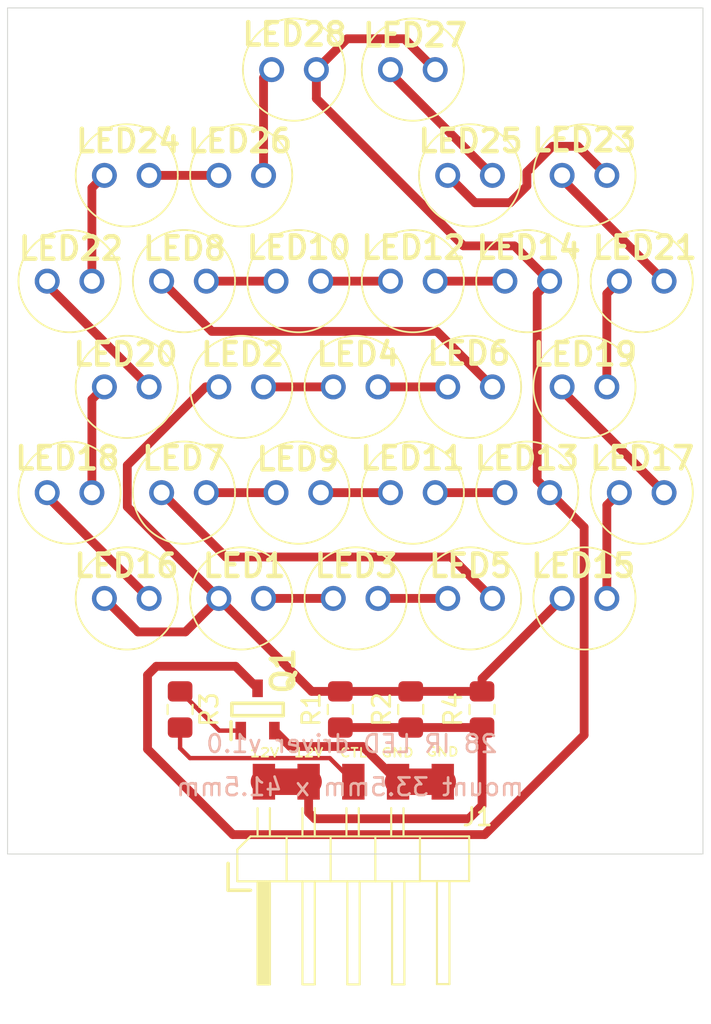
<source format=kicad_pcb>
(kicad_pcb (version 20171130) (host pcbnew "(5.1.6)-1")

  (general
    (thickness 1.6)
    (drawings 11)
    (tracks 94)
    (zones 0)
    (modules 34)
    (nets 31)
  )

  (page A4)
  (layers
    (0 F.Cu signal)
    (31 B.Cu signal)
    (32 B.Adhes user)
    (33 F.Adhes user)
    (34 B.Paste user)
    (35 F.Paste user)
    (36 B.SilkS user)
    (37 F.SilkS user)
    (38 B.Mask user)
    (39 F.Mask user)
    (40 Dwgs.User user hide)
    (41 Cmts.User user hide)
    (42 Eco1.User user hide)
    (43 Eco2.User user hide)
    (44 Edge.Cuts user)
    (45 Margin user hide)
    (46 B.CrtYd user hide)
    (47 F.CrtYd user hide)
    (48 B.Fab user hide)
    (49 F.Fab user hide)
  )

  (setup
    (last_trace_width 0.25)
    (trace_clearance 0.2)
    (zone_clearance 0.508)
    (zone_45_only no)
    (trace_min 0.2)
    (via_size 0.8)
    (via_drill 0.4)
    (via_min_size 0.4)
    (via_min_drill 0.3)
    (uvia_size 0.3)
    (uvia_drill 0.1)
    (uvias_allowed no)
    (uvia_min_size 0.2)
    (uvia_min_drill 0.1)
    (edge_width 0.05)
    (segment_width 0.2)
    (pcb_text_width 0.3)
    (pcb_text_size 1.5 1.5)
    (mod_edge_width 0.12)
    (mod_text_size 1 1)
    (mod_text_width 0.15)
    (pad_size 1.524 1.524)
    (pad_drill 0.762)
    (pad_to_mask_clearance 0.05)
    (aux_axis_origin 0 0)
    (visible_elements 7FFFFFFF)
    (pcbplotparams
      (layerselection 0x010fc_ffffffff)
      (usegerberextensions false)
      (usegerberattributes true)
      (usegerberadvancedattributes true)
      (creategerberjobfile true)
      (excludeedgelayer true)
      (linewidth 0.100000)
      (plotframeref false)
      (viasonmask false)
      (mode 1)
      (useauxorigin false)
      (hpglpennumber 1)
      (hpglpenspeed 20)
      (hpglpendiameter 15.000000)
      (psnegative false)
      (psa4output false)
      (plotreference true)
      (plotvalue true)
      (plotinvisibletext false)
      (padsonsilk false)
      (subtractmaskfromsilk false)
      (outputformat 1)
      (mirror false)
      (drillshape 0)
      (scaleselection 1)
      (outputdirectory ""))
  )

  (net 0 "")
  (net 1 +12V)
  (net 2 "Net-(J1-Pad3)")
  (net 3 GND)
  (net 4 "Net-(LED1-Pad2)")
  (net 5 "Net-(LED1-Pad1)")
  (net 6 "Net-(LED2-Pad2)")
  (net 7 "Net-(LED3-Pad2)")
  (net 8 "Net-(LED4-Pad2)")
  (net 9 "Net-(LED5-Pad2)")
  (net 10 "Net-(LED6-Pad2)")
  (net 11 "Net-(LED7-Pad2)")
  (net 12 "Net-(LED10-Pad1)")
  (net 13 "Net-(LED11-Pad1)")
  (net 14 "Net-(LED10-Pad2)")
  (net 15 "Net-(LED11-Pad2)")
  (net 16 "Net-(LED12-Pad2)")
  (net 17 "Net-(LED13-Pad2)")
  (net 18 "Net-(Q1-Pad1)")
  (net 19 "Net-(LED15-Pad2)")
  (net 20 "Net-(LED16-Pad2)")
  (net 21 "Net-(LED17-Pad2)")
  (net 22 "Net-(LED18-Pad2)")
  (net 23 "Net-(LED19-Pad2)")
  (net 24 "Net-(LED20-Pad2)")
  (net 25 "Net-(LED21-Pad2)")
  (net 26 "Net-(LED22-Pad2)")
  (net 27 "Net-(LED23-Pad2)")
  (net 28 "Net-(LED24-Pad2)")
  (net 29 "Net-(LED25-Pad2)")
  (net 30 "Net-(LED26-Pad2)")

  (net_class Default "This is the default net class."
    (clearance 0.2)
    (trace_width 0.25)
    (via_dia 0.8)
    (via_drill 0.4)
    (uvia_dia 0.3)
    (uvia_drill 0.1)
    (add_net +12V)
    (add_net GND)
    (add_net "Net-(J1-Pad3)")
    (add_net "Net-(LED1-Pad1)")
    (add_net "Net-(LED1-Pad2)")
    (add_net "Net-(LED10-Pad1)")
    (add_net "Net-(LED10-Pad2)")
    (add_net "Net-(LED11-Pad1)")
    (add_net "Net-(LED11-Pad2)")
    (add_net "Net-(LED12-Pad2)")
    (add_net "Net-(LED13-Pad2)")
    (add_net "Net-(LED15-Pad2)")
    (add_net "Net-(LED16-Pad2)")
    (add_net "Net-(LED17-Pad2)")
    (add_net "Net-(LED18-Pad2)")
    (add_net "Net-(LED19-Pad2)")
    (add_net "Net-(LED2-Pad2)")
    (add_net "Net-(LED20-Pad2)")
    (add_net "Net-(LED21-Pad2)")
    (add_net "Net-(LED22-Pad2)")
    (add_net "Net-(LED23-Pad2)")
    (add_net "Net-(LED24-Pad2)")
    (add_net "Net-(LED25-Pad2)")
    (add_net "Net-(LED26-Pad2)")
    (add_net "Net-(LED3-Pad2)")
    (add_net "Net-(LED4-Pad2)")
    (add_net "Net-(LED5-Pad2)")
    (add_net "Net-(LED6-Pad2)")
    (add_net "Net-(LED7-Pad2)")
    (add_net "Net-(Q1-Pad1)")
  )

  (module Mouser-footprints:TSHG6200 (layer F.Cu) (tedit 0) (tstamp 607A1206)
    (at 108.5 86)
    (descr TSHG6200-1)
    (tags LED)
    (path /607D3825)
    (fp_text reference LED28 (at 1.3 -2) (layer F.SilkS)
      (effects (font (size 1.27 1.27) (thickness 0.254)))
    )
    (fp_text value TSHG6200 (at 1.2 2.35) (layer F.SilkS) hide
      (effects (font (size 1.27 1.27) (thickness 0.254)))
    )
    (fp_line (start -2.63 -3.9) (end 5.17 -3.9) (layer F.CrtYd) (width 0.1))
    (fp_line (start 5.17 -3.9) (end 5.17 3.9) (layer F.CrtYd) (width 0.1))
    (fp_line (start 5.17 3.9) (end -2.63 3.9) (layer F.CrtYd) (width 0.1))
    (fp_line (start -2.63 3.9) (end -2.63 -3.9) (layer F.CrtYd) (width 0.1))
    (fp_line (start -1.63 0) (end -1.63 0) (layer F.Fab) (width 0.2))
    (fp_line (start 4.17 0) (end 4.17 0) (layer F.Fab) (width 0.2))
    (fp_line (start -1.63 0) (end -1.63 0) (layer F.SilkS) (width 0.1))
    (fp_line (start 4.17 0) (end 4.17 0) (layer F.SilkS) (width 0.1))
    (fp_arc (start 1.27 0) (end 4.17 0) (angle -180) (layer F.SilkS) (width 0.1))
    (fp_arc (start 1.27 0) (end -1.63 0) (angle -180) (layer F.SilkS) (width 0.1))
    (fp_arc (start 1.27 0) (end 4.17 0) (angle -180) (layer F.Fab) (width 0.2))
    (fp_arc (start 1.27 0) (end -1.63 0) (angle -180) (layer F.Fab) (width 0.2))
    (fp_text user %R (at 0.9 2.35) (layer F.Fab) hide
      (effects (font (size 1.27 1.27) (thickness 0.254)))
    )
    (pad 2 thru_hole circle (at 2.54 0) (size 1.416 1.416) (drill 0.91) (layers *.Cu *.Mask)
      (net 17 "Net-(LED13-Pad2)"))
    (pad 1 thru_hole circle (at 0 0) (size 1.416 1.416) (drill 0.91) (layers *.Cu *.Mask)
      (net 30 "Net-(LED26-Pad2)"))
    (model "C:\\Projects\\Robotics\\KiCad Projects\\mouser-ecad-libraries\\SamacSys_Parts.3dshapes\\TSHG6200.stp"
      (at (xyz 0 0 0))
      (scale (xyz 1 1 1))
      (rotate (xyz 0 0 0))
    )
  )

  (module Mouser-footprints:TSHG6200 (layer F.Cu) (tedit 0) (tstamp 607A11F3)
    (at 115.25 86)
    (descr TSHG6200-1)
    (tags LED)
    (path /607A2A81)
    (fp_text reference LED27 (at 1.4 -1.95) (layer F.SilkS)
      (effects (font (size 1.27 1.27) (thickness 0.254)))
    )
    (fp_text value TSHG6200 (at 1.2 2.35) (layer F.SilkS) hide
      (effects (font (size 1.27 1.27) (thickness 0.254)))
    )
    (fp_line (start -2.63 -3.9) (end 5.17 -3.9) (layer F.CrtYd) (width 0.1))
    (fp_line (start 5.17 -3.9) (end 5.17 3.9) (layer F.CrtYd) (width 0.1))
    (fp_line (start 5.17 3.9) (end -2.63 3.9) (layer F.CrtYd) (width 0.1))
    (fp_line (start -2.63 3.9) (end -2.63 -3.9) (layer F.CrtYd) (width 0.1))
    (fp_line (start -1.63 0) (end -1.63 0) (layer F.Fab) (width 0.2))
    (fp_line (start 4.17 0) (end 4.17 0) (layer F.Fab) (width 0.2))
    (fp_line (start -1.63 0) (end -1.63 0) (layer F.SilkS) (width 0.1))
    (fp_line (start 4.17 0) (end 4.17 0) (layer F.SilkS) (width 0.1))
    (fp_arc (start 1.27 0) (end 4.17 0) (angle -180) (layer F.SilkS) (width 0.1))
    (fp_arc (start 1.27 0) (end -1.63 0) (angle -180) (layer F.SilkS) (width 0.1))
    (fp_arc (start 1.27 0) (end 4.17 0) (angle -180) (layer F.Fab) (width 0.2))
    (fp_arc (start 1.27 0) (end -1.63 0) (angle -180) (layer F.Fab) (width 0.2))
    (fp_text user %R (at 1.35 2.35) (layer F.Fab) hide
      (effects (font (size 1.27 1.27) (thickness 0.254)))
    )
    (pad 2 thru_hole circle (at 2.54 0) (size 1.416 1.416) (drill 0.91) (layers *.Cu *.Mask)
      (net 17 "Net-(LED13-Pad2)"))
    (pad 1 thru_hole circle (at 0 0) (size 1.416 1.416) (drill 0.91) (layers *.Cu *.Mask)
      (net 29 "Net-(LED25-Pad2)"))
    (model "C:\\Projects\\Robotics\\KiCad Projects\\mouser-ecad-libraries\\SamacSys_Parts.3dshapes\\TSHG6200.stp"
      (at (xyz 0 0 0))
      (scale (xyz 1 1 1))
      (rotate (xyz 0 0 0))
    )
  )

  (module Mouser-footprints:TSHG6200 (layer F.Cu) (tedit 0) (tstamp 607A11E0)
    (at 105.5 92)
    (descr TSHG6200-1)
    (tags LED)
    (path /607CF130)
    (fp_text reference LED26 (at 1.2 -1.95) (layer F.SilkS)
      (effects (font (size 1.27 1.27) (thickness 0.254)))
    )
    (fp_text value TSHG6200 (at 1.2 2.5) (layer F.SilkS) hide
      (effects (font (size 1.27 1.27) (thickness 0.254)))
    )
    (fp_line (start -2.63 -3.9) (end 5.17 -3.9) (layer F.CrtYd) (width 0.1))
    (fp_line (start 5.17 -3.9) (end 5.17 3.9) (layer F.CrtYd) (width 0.1))
    (fp_line (start 5.17 3.9) (end -2.63 3.9) (layer F.CrtYd) (width 0.1))
    (fp_line (start -2.63 3.9) (end -2.63 -3.9) (layer F.CrtYd) (width 0.1))
    (fp_line (start -1.63 0) (end -1.63 0) (layer F.Fab) (width 0.2))
    (fp_line (start 4.17 0) (end 4.17 0) (layer F.Fab) (width 0.2))
    (fp_line (start -1.63 0) (end -1.63 0) (layer F.SilkS) (width 0.1))
    (fp_line (start 4.17 0) (end 4.17 0) (layer F.SilkS) (width 0.1))
    (fp_arc (start 1.27 0) (end 4.17 0) (angle -180) (layer F.SilkS) (width 0.1))
    (fp_arc (start 1.27 0) (end -1.63 0) (angle -180) (layer F.SilkS) (width 0.1))
    (fp_arc (start 1.27 0) (end 4.17 0) (angle -180) (layer F.Fab) (width 0.2))
    (fp_arc (start 1.27 0) (end -1.63 0) (angle -180) (layer F.Fab) (width 0.2))
    (fp_text user %R (at 1.1 2.5) (layer F.Fab) hide
      (effects (font (size 1.27 1.27) (thickness 0.254)))
    )
    (pad 2 thru_hole circle (at 2.54 0) (size 1.416 1.416) (drill 0.91) (layers *.Cu *.Mask)
      (net 30 "Net-(LED26-Pad2)"))
    (pad 1 thru_hole circle (at 0 0) (size 1.416 1.416) (drill 0.91) (layers *.Cu *.Mask)
      (net 28 "Net-(LED24-Pad2)"))
    (model "C:\\Projects\\Robotics\\KiCad Projects\\mouser-ecad-libraries\\SamacSys_Parts.3dshapes\\TSHG6200.stp"
      (at (xyz 0 0 0))
      (scale (xyz 1 1 1))
      (rotate (xyz 0 0 0))
    )
  )

  (module Mouser-footprints:TSHG6200 (layer F.Cu) (tedit 0) (tstamp 607A11CD)
    (at 118.5 92)
    (descr TSHG6200-1)
    (tags LED)
    (path /607A16F9)
    (fp_text reference LED25 (at 1.3 -1.95) (layer F.SilkS)
      (effects (font (size 1.27 1.27) (thickness 0.254)))
    )
    (fp_text value TSHG6200 (at 1.15 2.45) (layer F.SilkS) hide
      (effects (font (size 1.27 1.27) (thickness 0.254)))
    )
    (fp_line (start -2.63 -3.9) (end 5.17 -3.9) (layer F.CrtYd) (width 0.1))
    (fp_line (start 5.17 -3.9) (end 5.17 3.9) (layer F.CrtYd) (width 0.1))
    (fp_line (start 5.17 3.9) (end -2.63 3.9) (layer F.CrtYd) (width 0.1))
    (fp_line (start -2.63 3.9) (end -2.63 -3.9) (layer F.CrtYd) (width 0.1))
    (fp_line (start -1.63 0) (end -1.63 0) (layer F.Fab) (width 0.2))
    (fp_line (start 4.17 0) (end 4.17 0) (layer F.Fab) (width 0.2))
    (fp_line (start -1.63 0) (end -1.63 0) (layer F.SilkS) (width 0.1))
    (fp_line (start 4.17 0) (end 4.17 0) (layer F.SilkS) (width 0.1))
    (fp_arc (start 1.27 0) (end 4.17 0) (angle -180) (layer F.SilkS) (width 0.1))
    (fp_arc (start 1.27 0) (end -1.63 0) (angle -180) (layer F.SilkS) (width 0.1))
    (fp_arc (start 1.27 0) (end 4.17 0) (angle -180) (layer F.Fab) (width 0.2))
    (fp_arc (start 1.27 0) (end -1.63 0) (angle -180) (layer F.Fab) (width 0.2))
    (fp_text user %R (at 1.27 2.45) (layer F.Fab) hide
      (effects (font (size 1.27 1.27) (thickness 0.254)))
    )
    (pad 2 thru_hole circle (at 2.54 0) (size 1.416 1.416) (drill 0.91) (layers *.Cu *.Mask)
      (net 29 "Net-(LED25-Pad2)"))
    (pad 1 thru_hole circle (at 0 0) (size 1.416 1.416) (drill 0.91) (layers *.Cu *.Mask)
      (net 27 "Net-(LED23-Pad2)"))
    (model "C:\\Projects\\Robotics\\KiCad Projects\\mouser-ecad-libraries\\SamacSys_Parts.3dshapes\\TSHG6200.stp"
      (at (xyz 0 0 0))
      (scale (xyz 1 1 1))
      (rotate (xyz 0 0 0))
    )
  )

  (module Mouser-footprints:TSHG6200 (layer F.Cu) (tedit 0) (tstamp 607A11BA)
    (at 99 92)
    (descr TSHG6200-1)
    (tags LED)
    (path /607CDA11)
    (fp_text reference LED24 (at 1.35 -1.95) (layer F.SilkS)
      (effects (font (size 1.27 1.27) (thickness 0.254)))
    )
    (fp_text value TSHG6200 (at 1.2 2.55) (layer F.SilkS) hide
      (effects (font (size 1.27 1.27) (thickness 0.254)))
    )
    (fp_line (start -2.63 -3.9) (end 5.17 -3.9) (layer F.CrtYd) (width 0.1))
    (fp_line (start 5.17 -3.9) (end 5.17 3.9) (layer F.CrtYd) (width 0.1))
    (fp_line (start 5.17 3.9) (end -2.63 3.9) (layer F.CrtYd) (width 0.1))
    (fp_line (start -2.63 3.9) (end -2.63 -3.9) (layer F.CrtYd) (width 0.1))
    (fp_line (start -1.63 0) (end -1.63 0) (layer F.Fab) (width 0.2))
    (fp_line (start 4.17 0) (end 4.17 0) (layer F.Fab) (width 0.2))
    (fp_line (start -1.63 0) (end -1.63 0) (layer F.SilkS) (width 0.1))
    (fp_line (start 4.17 0) (end 4.17 0) (layer F.SilkS) (width 0.1))
    (fp_arc (start 1.27 0) (end 4.17 0) (angle -180) (layer F.SilkS) (width 0.1))
    (fp_arc (start 1.27 0) (end -1.63 0) (angle -180) (layer F.SilkS) (width 0.1))
    (fp_arc (start 1.27 0) (end 4.17 0) (angle -180) (layer F.Fab) (width 0.2))
    (fp_arc (start 1.27 0) (end -1.63 0) (angle -180) (layer F.Fab) (width 0.2))
    (fp_text user %R (at 1.2 2.5) (layer F.Fab) hide
      (effects (font (size 1.27 1.27) (thickness 0.254)))
    )
    (pad 2 thru_hole circle (at 2.54 0) (size 1.416 1.416) (drill 0.91) (layers *.Cu *.Mask)
      (net 28 "Net-(LED24-Pad2)"))
    (pad 1 thru_hole circle (at 0 0) (size 1.416 1.416) (drill 0.91) (layers *.Cu *.Mask)
      (net 26 "Net-(LED22-Pad2)"))
    (model "C:\\Projects\\Robotics\\KiCad Projects\\mouser-ecad-libraries\\SamacSys_Parts.3dshapes\\TSHG6200.stp"
      (at (xyz 0 0 0))
      (scale (xyz 1 1 1))
      (rotate (xyz 0 0 0))
    )
  )

  (module Mouser-footprints:TSHG6200 (layer F.Cu) (tedit 0) (tstamp 607A11A7)
    (at 125 92)
    (descr TSHG6200-1)
    (tags LED)
    (path /607A03D1)
    (fp_text reference LED23 (at 1.25 -2) (layer F.SilkS)
      (effects (font (size 1.27 1.27) (thickness 0.254)))
    )
    (fp_text value TSHG6200 (at 1.15 2.45) (layer F.SilkS) hide
      (effects (font (size 1.27 1.27) (thickness 0.254)))
    )
    (fp_line (start -2.63 -3.9) (end 5.17 -3.9) (layer F.CrtYd) (width 0.1))
    (fp_line (start 5.17 -3.9) (end 5.17 3.9) (layer F.CrtYd) (width 0.1))
    (fp_line (start 5.17 3.9) (end -2.63 3.9) (layer F.CrtYd) (width 0.1))
    (fp_line (start -2.63 3.9) (end -2.63 -3.9) (layer F.CrtYd) (width 0.1))
    (fp_line (start -1.63 0) (end -1.63 0) (layer F.Fab) (width 0.2))
    (fp_line (start 4.17 0) (end 4.17 0) (layer F.Fab) (width 0.2))
    (fp_line (start -1.63 0) (end -1.63 0) (layer F.SilkS) (width 0.1))
    (fp_line (start 4.17 0) (end 4.17 0) (layer F.SilkS) (width 0.1))
    (fp_arc (start 1.27 0) (end 4.17 0) (angle -180) (layer F.SilkS) (width 0.1))
    (fp_arc (start 1.27 0) (end -1.63 0) (angle -180) (layer F.SilkS) (width 0.1))
    (fp_arc (start 1.27 0) (end 4.17 0) (angle -180) (layer F.Fab) (width 0.2))
    (fp_arc (start 1.27 0) (end -1.63 0) (angle -180) (layer F.Fab) (width 0.2))
    (fp_text user %R (at 1.25 2.45) (layer F.Fab)
      (effects (font (size 1.27 1.27) (thickness 0.254)))
    )
    (pad 2 thru_hole circle (at 2.54 0) (size 1.416 1.416) (drill 0.91) (layers *.Cu *.Mask)
      (net 27 "Net-(LED23-Pad2)"))
    (pad 1 thru_hole circle (at 0 0) (size 1.416 1.416) (drill 0.91) (layers *.Cu *.Mask)
      (net 25 "Net-(LED21-Pad2)"))
    (model "C:\\Projects\\Robotics\\KiCad Projects\\mouser-ecad-libraries\\SamacSys_Parts.3dshapes\\TSHG6200.stp"
      (at (xyz 0 0 0))
      (scale (xyz 1 1 1))
      (rotate (xyz 0 0 0))
    )
  )

  (module Mouser-footprints:TSHG6200 (layer F.Cu) (tedit 0) (tstamp 607A1194)
    (at 95.75 98)
    (descr TSHG6200-1)
    (tags LED)
    (path /607CCDE8)
    (fp_text reference LED22 (at 1.35 -1.85) (layer F.SilkS)
      (effects (font (size 1.27 1.27) (thickness 0.254)))
    )
    (fp_text value TSHG6200 (at 1.15 2.95) (layer F.SilkS) hide
      (effects (font (size 1.27 1.27) (thickness 0.254)))
    )
    (fp_line (start -2.63 -3.9) (end 5.17 -3.9) (layer F.CrtYd) (width 0.1))
    (fp_line (start 5.17 -3.9) (end 5.17 3.9) (layer F.CrtYd) (width 0.1))
    (fp_line (start 5.17 3.9) (end -2.63 3.9) (layer F.CrtYd) (width 0.1))
    (fp_line (start -2.63 3.9) (end -2.63 -3.9) (layer F.CrtYd) (width 0.1))
    (fp_line (start -1.63 0) (end -1.63 0) (layer F.Fab) (width 0.2))
    (fp_line (start 4.17 0) (end 4.17 0) (layer F.Fab) (width 0.2))
    (fp_line (start -1.63 0) (end -1.63 0) (layer F.SilkS) (width 0.1))
    (fp_line (start 4.17 0) (end 4.17 0) (layer F.SilkS) (width 0.1))
    (fp_arc (start 1.27 0) (end 4.17 0) (angle -180) (layer F.SilkS) (width 0.1))
    (fp_arc (start 1.27 0) (end -1.63 0) (angle -180) (layer F.SilkS) (width 0.1))
    (fp_arc (start 1.27 0) (end 4.17 0) (angle -180) (layer F.Fab) (width 0.2))
    (fp_arc (start 1.27 0) (end -1.63 0) (angle -180) (layer F.Fab) (width 0.2))
    (fp_text user %R (at 1.05 2.95) (layer F.Fab) hide
      (effects (font (size 1.27 1.27) (thickness 0.254)))
    )
    (pad 2 thru_hole circle (at 2.54 0) (size 1.416 1.416) (drill 0.91) (layers *.Cu *.Mask)
      (net 26 "Net-(LED22-Pad2)"))
    (pad 1 thru_hole circle (at 0 0) (size 1.416 1.416) (drill 0.91) (layers *.Cu *.Mask)
      (net 24 "Net-(LED20-Pad2)"))
    (model "C:\\Projects\\Robotics\\KiCad Projects\\mouser-ecad-libraries\\SamacSys_Parts.3dshapes\\TSHG6200.stp"
      (at (xyz 0 0 0))
      (scale (xyz 1 1 1))
      (rotate (xyz 0 0 0))
    )
  )

  (module Mouser-footprints:TSHG6200 (layer F.Cu) (tedit 0) (tstamp 607A1181)
    (at 128.25 98)
    (descr TSHG6200-1)
    (tags LED)
    (path /6079F407)
    (fp_text reference LED21 (at 1.45 -1.9) (layer F.SilkS)
      (effects (font (size 1.27 1.27) (thickness 0.254)))
    )
    (fp_text value TSHG6200 (at 1.2 2.95) (layer F.SilkS) hide
      (effects (font (size 1.27 1.27) (thickness 0.254)))
    )
    (fp_line (start -2.63 -3.9) (end 5.17 -3.9) (layer F.CrtYd) (width 0.1))
    (fp_line (start 5.17 -3.9) (end 5.17 3.9) (layer F.CrtYd) (width 0.1))
    (fp_line (start 5.17 3.9) (end -2.63 3.9) (layer F.CrtYd) (width 0.1))
    (fp_line (start -2.63 3.9) (end -2.63 -3.9) (layer F.CrtYd) (width 0.1))
    (fp_line (start -1.63 0) (end -1.63 0) (layer F.Fab) (width 0.2))
    (fp_line (start 4.17 0) (end 4.17 0) (layer F.Fab) (width 0.2))
    (fp_line (start -1.63 0) (end -1.63 0) (layer F.SilkS) (width 0.1))
    (fp_line (start 4.17 0) (end 4.17 0) (layer F.SilkS) (width 0.1))
    (fp_arc (start 1.27 0) (end 4.17 0) (angle -180) (layer F.SilkS) (width 0.1))
    (fp_arc (start 1.27 0) (end -1.63 0) (angle -180) (layer F.SilkS) (width 0.1))
    (fp_arc (start 1.27 0) (end 4.17 0) (angle -180) (layer F.Fab) (width 0.2))
    (fp_arc (start 1.27 0) (end -1.63 0) (angle -180) (layer F.Fab) (width 0.2))
    (fp_text user %R (at 1.4 2.95) (layer F.Fab) hide
      (effects (font (size 1.27 1.27) (thickness 0.254)))
    )
    (pad 2 thru_hole circle (at 2.54 0) (size 1.416 1.416) (drill 0.91) (layers *.Cu *.Mask)
      (net 25 "Net-(LED21-Pad2)"))
    (pad 1 thru_hole circle (at 0 0) (size 1.416 1.416) (drill 0.91) (layers *.Cu *.Mask)
      (net 23 "Net-(LED19-Pad2)"))
    (model "C:\\Projects\\Robotics\\KiCad Projects\\mouser-ecad-libraries\\SamacSys_Parts.3dshapes\\TSHG6200.stp"
      (at (xyz 0 0 0))
      (scale (xyz 1 1 1))
      (rotate (xyz 0 0 0))
    )
  )

  (module Mouser-footprints:TSHG6200 (layer F.Cu) (tedit 0) (tstamp 607A116E)
    (at 99 104)
    (descr TSHG6200-1)
    (tags LED)
    (path /607CC120)
    (fp_text reference LED20 (at 1.2 -1.85) (layer F.SilkS)
      (effects (font (size 1.27 1.27) (thickness 0.254)))
    )
    (fp_text value TSHG6200 (at 1.15 3) (layer F.SilkS) hide
      (effects (font (size 1.27 1.27) (thickness 0.254)))
    )
    (fp_line (start -2.63 -3.9) (end 5.17 -3.9) (layer F.CrtYd) (width 0.1))
    (fp_line (start 5.17 -3.9) (end 5.17 3.9) (layer F.CrtYd) (width 0.1))
    (fp_line (start 5.17 3.9) (end -2.63 3.9) (layer F.CrtYd) (width 0.1))
    (fp_line (start -2.63 3.9) (end -2.63 -3.9) (layer F.CrtYd) (width 0.1))
    (fp_line (start -1.63 0) (end -1.63 0) (layer F.Fab) (width 0.2))
    (fp_line (start 4.17 0) (end 4.17 0) (layer F.Fab) (width 0.2))
    (fp_line (start -1.63 0) (end -1.63 0) (layer F.SilkS) (width 0.1))
    (fp_line (start 4.17 0) (end 4.17 0) (layer F.SilkS) (width 0.1))
    (fp_arc (start 1.27 0) (end 4.17 0) (angle -180) (layer F.SilkS) (width 0.1))
    (fp_arc (start 1.27 0) (end -1.63 0) (angle -180) (layer F.SilkS) (width 0.1))
    (fp_arc (start 1.27 0) (end 4.17 0) (angle -180) (layer F.Fab) (width 0.2))
    (fp_arc (start 1.27 0) (end -1.63 0) (angle -180) (layer F.Fab) (width 0.2))
    (fp_text user %R (at 1.1 3) (layer F.Fab) hide
      (effects (font (size 1.27 1.27) (thickness 0.254)))
    )
    (pad 2 thru_hole circle (at 2.54 0) (size 1.416 1.416) (drill 0.91) (layers *.Cu *.Mask)
      (net 24 "Net-(LED20-Pad2)"))
    (pad 1 thru_hole circle (at 0 0) (size 1.416 1.416) (drill 0.91) (layers *.Cu *.Mask)
      (net 22 "Net-(LED18-Pad2)"))
    (model "C:\\Projects\\Robotics\\KiCad Projects\\mouser-ecad-libraries\\SamacSys_Parts.3dshapes\\TSHG6200.stp"
      (at (xyz 0 0 0))
      (scale (xyz 1 1 1))
      (rotate (xyz 0 0 0))
    )
  )

  (module Mouser-footprints:TSHG6200 (layer F.Cu) (tedit 0) (tstamp 607A115B)
    (at 125 104)
    (descr TSHG6200-1)
    (tags LED)
    (path /6079DA39)
    (fp_text reference LED19 (at 1.3 -1.85) (layer F.SilkS)
      (effects (font (size 1.27 1.27) (thickness 0.254)))
    )
    (fp_text value TSHG6200 (at 1.15 2.95) (layer F.SilkS) hide
      (effects (font (size 1.27 1.27) (thickness 0.254)))
    )
    (fp_line (start -2.63 -3.9) (end 5.17 -3.9) (layer F.CrtYd) (width 0.1))
    (fp_line (start 5.17 -3.9) (end 5.17 3.9) (layer F.CrtYd) (width 0.1))
    (fp_line (start 5.17 3.9) (end -2.63 3.9) (layer F.CrtYd) (width 0.1))
    (fp_line (start -2.63 3.9) (end -2.63 -3.9) (layer F.CrtYd) (width 0.1))
    (fp_line (start -1.63 0) (end -1.63 0) (layer F.Fab) (width 0.2))
    (fp_line (start 4.17 0) (end 4.17 0) (layer F.Fab) (width 0.2))
    (fp_line (start -1.63 0) (end -1.63 0) (layer F.SilkS) (width 0.1))
    (fp_line (start 4.17 0) (end 4.17 0) (layer F.SilkS) (width 0.1))
    (fp_arc (start 1.27 0) (end 4.17 0) (angle -180) (layer F.SilkS) (width 0.1))
    (fp_arc (start 1.27 0) (end -1.63 0) (angle -180) (layer F.SilkS) (width 0.1))
    (fp_arc (start 1.27 0) (end 4.17 0) (angle -180) (layer F.Fab) (width 0.2))
    (fp_arc (start 1.27 0) (end -1.63 0) (angle -180) (layer F.Fab) (width 0.2))
    (fp_text user %R (at 1.4 2.95) (layer F.Fab) hide
      (effects (font (size 1.27 1.27) (thickness 0.254)))
    )
    (pad 2 thru_hole circle (at 2.54 0) (size 1.416 1.416) (drill 0.91) (layers *.Cu *.Mask)
      (net 23 "Net-(LED19-Pad2)"))
    (pad 1 thru_hole circle (at 0 0) (size 1.416 1.416) (drill 0.91) (layers *.Cu *.Mask)
      (net 21 "Net-(LED17-Pad2)"))
    (model "C:\\Projects\\Robotics\\KiCad Projects\\mouser-ecad-libraries\\SamacSys_Parts.3dshapes\\TSHG6200.stp"
      (at (xyz 0 0 0))
      (scale (xyz 1 1 1))
      (rotate (xyz 0 0 0))
    )
  )

  (module Mouser-footprints:TSHG6200 (layer F.Cu) (tedit 0) (tstamp 607A1148)
    (at 95.75 110)
    (descr TSHG6200-1)
    (tags LED)
    (path /607CAC28)
    (fp_text reference LED18 (at 1.15 -1.95) (layer F.SilkS)
      (effects (font (size 1.27 1.27) (thickness 0.254)))
    )
    (fp_text value TSHG6200 (at 1.2 2.95) (layer F.SilkS) hide
      (effects (font (size 1.27 1.27) (thickness 0.254)))
    )
    (fp_line (start -2.63 -3.9) (end 5.17 -3.9) (layer F.CrtYd) (width 0.1))
    (fp_line (start 5.17 -3.9) (end 5.17 3.9) (layer F.CrtYd) (width 0.1))
    (fp_line (start 5.17 3.9) (end -2.63 3.9) (layer F.CrtYd) (width 0.1))
    (fp_line (start -2.63 3.9) (end -2.63 -3.9) (layer F.CrtYd) (width 0.1))
    (fp_line (start -1.63 0) (end -1.63 0) (layer F.Fab) (width 0.2))
    (fp_line (start 4.17 0) (end 4.17 0) (layer F.Fab) (width 0.2))
    (fp_line (start -1.63 0) (end -1.63 0) (layer F.SilkS) (width 0.1))
    (fp_line (start 4.17 0) (end 4.17 0) (layer F.SilkS) (width 0.1))
    (fp_arc (start 1.27 0) (end 4.17 0) (angle -180) (layer F.SilkS) (width 0.1))
    (fp_arc (start 1.27 0) (end -1.63 0) (angle -180) (layer F.SilkS) (width 0.1))
    (fp_arc (start 1.27 0) (end 4.17 0) (angle -180) (layer F.Fab) (width 0.2))
    (fp_arc (start 1.27 0) (end -1.63 0) (angle -180) (layer F.Fab) (width 0.2))
    (fp_text user %R (at 1 2.95) (layer F.Fab) hide
      (effects (font (size 1.27 1.27) (thickness 0.254)))
    )
    (pad 2 thru_hole circle (at 2.54 0) (size 1.416 1.416) (drill 0.91) (layers *.Cu *.Mask)
      (net 22 "Net-(LED18-Pad2)"))
    (pad 1 thru_hole circle (at 0 0) (size 1.416 1.416) (drill 0.91) (layers *.Cu *.Mask)
      (net 20 "Net-(LED16-Pad2)"))
    (model "C:\\Projects\\Robotics\\KiCad Projects\\mouser-ecad-libraries\\SamacSys_Parts.3dshapes\\TSHG6200.stp"
      (at (xyz 0 0 0))
      (scale (xyz 1 1 1))
      (rotate (xyz 0 0 0))
    )
  )

  (module Mouser-footprints:TSHG6200 (layer F.Cu) (tedit 0) (tstamp 607A1135)
    (at 128.25 110)
    (descr TSHG6200-1)
    (tags LED)
    (path /6079B0E1)
    (fp_text reference LED17 (at 1.3 -1.95) (layer F.SilkS)
      (effects (font (size 1.27 1.27) (thickness 0.254)))
    )
    (fp_text value TSHG6200 (at 1.15 2.95) (layer F.SilkS) hide
      (effects (font (size 1.27 1.27) (thickness 0.254)))
    )
    (fp_line (start -2.63 -3.9) (end 5.17 -3.9) (layer F.CrtYd) (width 0.1))
    (fp_line (start 5.17 -3.9) (end 5.17 3.9) (layer F.CrtYd) (width 0.1))
    (fp_line (start 5.17 3.9) (end -2.63 3.9) (layer F.CrtYd) (width 0.1))
    (fp_line (start -2.63 3.9) (end -2.63 -3.9) (layer F.CrtYd) (width 0.1))
    (fp_line (start -1.63 0) (end -1.63 0) (layer F.Fab) (width 0.2))
    (fp_line (start 4.17 0) (end 4.17 0) (layer F.Fab) (width 0.2))
    (fp_line (start -1.63 0) (end -1.63 0) (layer F.SilkS) (width 0.1))
    (fp_line (start 4.17 0) (end 4.17 0) (layer F.SilkS) (width 0.1))
    (fp_arc (start 1.27 0) (end 4.17 0) (angle -180) (layer F.SilkS) (width 0.1))
    (fp_arc (start 1.27 0) (end -1.63 0) (angle -180) (layer F.SilkS) (width 0.1))
    (fp_arc (start 1.27 0) (end 4.17 0) (angle -180) (layer F.Fab) (width 0.2))
    (fp_arc (start 1.27 0) (end -1.63 0) (angle -180) (layer F.Fab) (width 0.2))
    (fp_text user %R (at 1.6 2.95) (layer F.Fab) hide
      (effects (font (size 1.27 1.27) (thickness 0.254)))
    )
    (pad 2 thru_hole circle (at 2.54 0) (size 1.416 1.416) (drill 0.91) (layers *.Cu *.Mask)
      (net 21 "Net-(LED17-Pad2)"))
    (pad 1 thru_hole circle (at 0 0) (size 1.416 1.416) (drill 0.91) (layers *.Cu *.Mask)
      (net 19 "Net-(LED15-Pad2)"))
    (model "C:\\Projects\\Robotics\\KiCad Projects\\mouser-ecad-libraries\\SamacSys_Parts.3dshapes\\TSHG6200.stp"
      (at (xyz 0 0 0))
      (scale (xyz 1 1 1))
      (rotate (xyz 0 0 0))
    )
  )

  (module Mouser-footprints:TSHG6200 (layer F.Cu) (tedit 0) (tstamp 607A1122)
    (at 99 116)
    (descr TSHG6200-1)
    (tags LED)
    (path /607C3B18)
    (fp_text reference LED16 (at 1.25 -1.85) (layer F.SilkS)
      (effects (font (size 1.27 1.27) (thickness 0.254)))
    )
    (fp_text value TSHG6200 (at 1.15 2.85) (layer F.SilkS) hide
      (effects (font (size 1.27 1.27) (thickness 0.254)))
    )
    (fp_line (start -2.63 -3.9) (end 5.17 -3.9) (layer F.CrtYd) (width 0.1))
    (fp_line (start 5.17 -3.9) (end 5.17 3.9) (layer F.CrtYd) (width 0.1))
    (fp_line (start 5.17 3.9) (end -2.63 3.9) (layer F.CrtYd) (width 0.1))
    (fp_line (start -2.63 3.9) (end -2.63 -3.9) (layer F.CrtYd) (width 0.1))
    (fp_line (start -1.63 0) (end -1.63 0) (layer F.Fab) (width 0.2))
    (fp_line (start 4.17 0) (end 4.17 0) (layer F.Fab) (width 0.2))
    (fp_line (start -1.63 0) (end -1.63 0) (layer F.SilkS) (width 0.1))
    (fp_line (start 4.17 0) (end 4.17 0) (layer F.SilkS) (width 0.1))
    (fp_arc (start 1.27 0) (end 4.17 0) (angle -180) (layer F.SilkS) (width 0.1))
    (fp_arc (start 1.27 0) (end -1.63 0) (angle -180) (layer F.SilkS) (width 0.1))
    (fp_arc (start 1.27 0) (end 4.17 0) (angle -180) (layer F.Fab) (width 0.2))
    (fp_arc (start 1.27 0) (end -1.63 0) (angle -180) (layer F.Fab) (width 0.2))
    (fp_text user %R (at 1.05 2.85) (layer F.Fab) hide
      (effects (font (size 1.27 1.27) (thickness 0.254)))
    )
    (pad 2 thru_hole circle (at 2.54 0) (size 1.416 1.416) (drill 0.91) (layers *.Cu *.Mask)
      (net 20 "Net-(LED16-Pad2)"))
    (pad 1 thru_hole circle (at 0 0) (size 1.416 1.416) (drill 0.91) (layers *.Cu *.Mask)
      (net 5 "Net-(LED1-Pad1)"))
    (model "C:\\Projects\\Robotics\\KiCad Projects\\mouser-ecad-libraries\\SamacSys_Parts.3dshapes\\TSHG6200.stp"
      (at (xyz 0 0 0))
      (scale (xyz 1 1 1))
      (rotate (xyz 0 0 0))
    )
  )

  (module Mouser-footprints:TSHG6200 (layer F.Cu) (tedit 0) (tstamp 607A110F)
    (at 125 116)
    (descr TSHG6200-1)
    (tags LED)
    (path /60791A4B)
    (fp_text reference LED15 (at 1.2 -1.85) (layer F.SilkS)
      (effects (font (size 1.27 1.27) (thickness 0.254)))
    )
    (fp_text value TSHG6200 (at 1.15 2.85) (layer F.SilkS) hide
      (effects (font (size 1.27 1.27) (thickness 0.254)))
    )
    (fp_line (start -2.63 -3.9) (end 5.17 -3.9) (layer F.CrtYd) (width 0.1))
    (fp_line (start 5.17 -3.9) (end 5.17 3.9) (layer F.CrtYd) (width 0.1))
    (fp_line (start 5.17 3.9) (end -2.63 3.9) (layer F.CrtYd) (width 0.1))
    (fp_line (start -2.63 3.9) (end -2.63 -3.9) (layer F.CrtYd) (width 0.1))
    (fp_line (start -1.63 0) (end -1.63 0) (layer F.Fab) (width 0.2))
    (fp_line (start 4.17 0) (end 4.17 0) (layer F.Fab) (width 0.2))
    (fp_line (start -1.63 0) (end -1.63 0) (layer F.SilkS) (width 0.1))
    (fp_line (start 4.17 0) (end 4.17 0) (layer F.SilkS) (width 0.1))
    (fp_arc (start 1.27 0) (end 4.17 0) (angle -180) (layer F.SilkS) (width 0.1))
    (fp_arc (start 1.27 0) (end -1.63 0) (angle -180) (layer F.SilkS) (width 0.1))
    (fp_arc (start 1.27 0) (end 4.17 0) (angle -180) (layer F.Fab) (width 0.2))
    (fp_arc (start 1.27 0) (end -1.63 0) (angle -180) (layer F.Fab) (width 0.2))
    (fp_text user %R (at 1.25 2.85) (layer F.Fab) hide
      (effects (font (size 1.27 1.27) (thickness 0.254)))
    )
    (pad 2 thru_hole circle (at 2.54 0) (size 1.416 1.416) (drill 0.91) (layers *.Cu *.Mask)
      (net 19 "Net-(LED15-Pad2)"))
    (pad 1 thru_hole circle (at 0 0) (size 1.416 1.416) (drill 0.91) (layers *.Cu *.Mask)
      (net 5 "Net-(LED1-Pad1)"))
    (model "C:\\Projects\\Robotics\\KiCad Projects\\mouser-ecad-libraries\\SamacSys_Parts.3dshapes\\TSHG6200.stp"
      (at (xyz 0 0 0))
      (scale (xyz 1 1 1))
      (rotate (xyz 0 0 0))
    )
  )

  (module custom-footprints:PinHeader_1x05_P2.54mm_Horiz_SMD (layer F.Cu) (tedit 6056594E) (tstamp 6056C2E3)
    (at 110.6 126.4)
    (path /6057FA89)
    (fp_text reference J1 (at 9.6 2) (layer F.SilkS)
      (effects (font (size 1 1) (thickness 0.15)))
    )
    (fp_text value CPU (at 2.8194 4.45) (layer F.Fab)
      (effects (font (size 1 1) (thickness 0.15)))
    )
    (fp_line (start 8.001 11.4808) (end 8.001 5.6388) (layer F.Fab) (width 0.12))
    (fp_line (start 7.2898 11.4808) (end 8.001 11.4808) (layer F.Fab) (width 0.12))
    (fp_line (start 7.2898 5.6388) (end 7.2898 11.4808) (layer F.Fab) (width 0.12))
    (fp_line (start 8.001 11.4808) (end 8.001 5.6642) (layer F.SilkS) (width 0.12))
    (fp_line (start 7.2898 11.4808) (end 8.001 11.4808) (layer F.SilkS) (width 0.12))
    (fp_line (start 7.2898 5.6388) (end 7.2898 11.4808) (layer F.SilkS) (width 0.12))
    (fp_line (start 7.9502 1.0668) (end 7.9502 3.0988) (layer F.Fab) (width 0.12))
    (fp_line (start 7.239 1.0668) (end 7.9502 1.0668) (layer F.Fab) (width 0.12))
    (fp_line (start 7.239 1.0668) (end 7.239 3.0734) (layer F.Fab) (width 0.12))
    (fp_line (start 9.1186 3.0988) (end 6.3246 3.0988) (layer F.Fab) (width 0.12))
    (fp_line (start 9.1186 5.6388) (end 9.1186 3.0988) (layer F.Fab) (width 0.12))
    (fp_line (start 6.3246 5.6388) (end 9.1186 5.6388) (layer F.Fab) (width 0.12))
    (fp_line (start 6.3246 3.0988) (end 6.3246 5.6388) (layer F.Fab) (width 0.12))
    (fp_line (start 9.1186 5.6388) (end 9.1186 3.0988) (layer F.SilkS) (width 0.12))
    (fp_line (start 6.3246 5.6388) (end 9.1186 5.6388) (layer F.SilkS) (width 0.12))
    (fp_line (start 6.3246 3.1) (end 9.1186 3.0988) (layer F.SilkS) (width 0.12))
    (fp_line (start 6.3246 3.1242) (end 6.3246 5.6388) (layer F.SilkS) (width 0.12))
    (fp_line (start 1.25 5.65) (end 1.25 3.1) (layer F.Fab) (width 0.12))
    (fp_line (start -1.25 5.65) (end -1.25 3.1) (layer F.Fab) (width 0.12))
    (fp_line (start 2.15 1.05) (end 2.15 3.1) (layer F.Fab) (width 0.12))
    (fp_line (start 2.85 1.05) (end 2.15 1.05) (layer F.Fab) (width 0.12))
    (fp_line (start 2.85 3.1) (end 2.85 1.05) (layer F.Fab) (width 0.12))
    (fp_line (start 0.35 1.05) (end 0.35 3.1) (layer F.Fab) (width 0.12))
    (fp_line (start -0.35 1.05) (end 0.35 1.05) (layer F.Fab) (width 0.12))
    (fp_line (start -0.35 3.1) (end -0.35 1.05) (layer F.Fab) (width 0.12))
    (fp_line (start -2.2 1.05) (end -2.2 3.1) (layer F.Fab) (width 0.12))
    (fp_line (start -2.9 1.05) (end -2.2 1.05) (layer F.Fab) (width 0.12))
    (fp_line (start -2.9 3.1) (end -2.9 1.05) (layer F.Fab) (width 0.12))
    (fp_line (start 2.2 11.5) (end 2.2 5.65) (layer F.Fab) (width 0.12))
    (fp_line (start 2.9 11.5) (end 2.2 11.5) (layer F.Fab) (width 0.12))
    (fp_line (start 2.9 5.65) (end 2.9 11.5) (layer F.Fab) (width 0.12))
    (fp_line (start 0.35 11.5) (end 0.35 5.65) (layer F.Fab) (width 0.12))
    (fp_line (start -0.35 11.5) (end 0.35 11.5) (layer F.Fab) (width 0.12))
    (fp_line (start -0.35 5.65) (end -0.35 11.5) (layer F.Fab) (width 0.12))
    (fp_line (start -2.2 11.5) (end -2.2 5.65) (layer F.Fab) (width 0.12))
    (fp_line (start -2.9 11.5) (end -2.2 11.5) (layer F.Fab) (width 0.12))
    (fp_line (start -2.9 5.65) (end -2.9 11.5) (layer F.Fab) (width 0.12))
    (fp_line (start -4.05 5.65) (end -4.05 3.1) (layer F.Fab) (width 0.12))
    (fp_line (start 6.3246 5.65) (end -4.05 5.65) (layer F.Fab) (width 0.12))
    (fp_line (start -4.05 3.1) (end 6.3246 3.0988) (layer F.Fab) (width 0.12))
    (fp_line (start -4.572 4.634) (end -4.572 6.158) (layer F.SilkS) (width 0.2))
    (fp_line (start -4.572 6.158) (end -3.302 6.158) (layer F.SilkS) (width 0.2))
    (fp_line (start -3.3 3.1) (end -4.05 3.85) (layer F.Fab) (width 0.12))
    (fp_line (start -2.9 1.5) (end -2.9 3.1) (layer F.SilkS) (width 0.12))
    (fp_line (start -2.9 3.1) (end -3.3 3.1) (layer F.SilkS) (width 0.12))
    (fp_line (start -3.3 3.1) (end -4.05 3.85) (layer F.SilkS) (width 0.12))
    (fp_line (start -4.05 3.85) (end -4.05 5.65) (layer F.SilkS) (width 0.12))
    (fp_line (start -4.05 5.65) (end -2.9 5.65) (layer F.SilkS) (width 0.12))
    (fp_line (start -2.9 5.65) (end -2.9 11.5) (layer F.SilkS) (width 0.12))
    (fp_line (start -2.9 11.5) (end -2.2 11.5) (layer F.SilkS) (width 0.12))
    (fp_line (start -2.2 11.5) (end -2.2 5.65) (layer F.SilkS) (width 0.12))
    (fp_line (start -2.2 5.65) (end -0.35 5.65) (layer F.SilkS) (width 0.12))
    (fp_line (start -0.35 5.65) (end -0.35 11.5) (layer F.SilkS) (width 0.12))
    (fp_line (start -0.35 11.5) (end 0.35 11.5) (layer F.SilkS) (width 0.12))
    (fp_line (start 0.35 11.5) (end 0.35 5.65) (layer F.SilkS) (width 0.12))
    (fp_line (start 0.35 5.65) (end 2.2 5.65) (layer F.SilkS) (width 0.12))
    (fp_line (start 2.2 5.65) (end 2.2 11.5) (layer F.SilkS) (width 0.12))
    (fp_line (start 2.2 11.5) (end 2.9 11.5) (layer F.SilkS) (width 0.12))
    (fp_line (start 2.9 11.5) (end 2.9 5.65) (layer F.SilkS) (width 0.12))
    (fp_line (start 2.9 5.65) (end 3.79 5.65) (layer F.SilkS) (width 0.12))
    (fp_line (start 3.79 3.1) (end 2.85 3.1) (layer F.SilkS) (width 0.12))
    (fp_line (start 2.85 3.1) (end 2.85 1.5) (layer F.SilkS) (width 0.12))
    (fp_line (start 2.15 1.5) (end 2.15 3.1) (layer F.SilkS) (width 0.12))
    (fp_line (start 2.15 3.1) (end 0.35 3.1) (layer F.SilkS) (width 0.12))
    (fp_line (start 0.35 3.1) (end 0.35 1.5) (layer F.SilkS) (width 0.12))
    (fp_line (start -0.35 1.5) (end -0.35 3.1) (layer F.SilkS) (width 0.12))
    (fp_line (start -0.35 3.1) (end -2.2 3.1) (layer F.SilkS) (width 0.12))
    (fp_line (start -2.2 3.1) (end -2.2 1.5) (layer F.SilkS) (width 0.12))
    (fp_line (start -2.9 3.1) (end -2.2 3.1) (layer F.SilkS) (width 0.12))
    (fp_line (start -0.35 3.1) (end 0.35 3.1) (layer F.SilkS) (width 0.12))
    (fp_line (start 2.15 3.1) (end 2.85 3.1) (layer F.SilkS) (width 0.12))
    (fp_line (start -1.25 3.1) (end -1.25 5.65) (layer F.SilkS) (width 0.12))
    (fp_line (start 1.25 3.1) (end 1.25 5.65) (layer F.SilkS) (width 0.12))
    (fp_line (start 2.2 5.65) (end 2.9 5.65) (layer F.SilkS) (width 0.12))
    (fp_line (start -0.35 5.65) (end 0.35 5.65) (layer F.SilkS) (width 0.12))
    (fp_line (start -2.9 5.65) (end -2.2 5.65) (layer F.SilkS) (width 0.12))
    (fp_line (start -2.8 5.65) (end -2.8 11.5) (layer F.SilkS) (width 0.12))
    (fp_line (start -2.7 5.65) (end -2.7 11.5) (layer F.SilkS) (width 0.12))
    (fp_line (start -2.6 5.65) (end -2.6 11.5) (layer F.SilkS) (width 0.12))
    (fp_line (start -2.5 5.65) (end -2.5 11.5) (layer F.SilkS) (width 0.12))
    (fp_line (start -2.4 5.65) (end -2.4 11.5) (layer F.SilkS) (width 0.12))
    (fp_line (start -2.3 5.65) (end -2.3 11.5) (layer F.SilkS) (width 0.12))
    (fp_line (start 5.39 3.1) (end 5.39 1.5) (layer F.SilkS) (width 0.12))
    (fp_line (start 4.69 3.1) (end 4.69 1.5) (layer F.SilkS) (width 0.12))
    (fp_line (start 3.79 3.1) (end 3.79 5.65) (layer F.SilkS) (width 0.12))
    (fp_line (start 3.8 3.1) (end 6.3246 3.1) (layer F.SilkS) (width 0.12))
    (fp_line (start 3.79 5.65) (end 6.3246 5.65) (layer F.SilkS) (width 0.12))
    (fp_line (start 4.74 5.65) (end 4.74 11.5) (layer F.SilkS) (width 0.12))
    (fp_line (start 5.44 5.65) (end 5.44 11.5) (layer F.SilkS) (width 0.12))
    (fp_line (start 4.75 11.5) (end 5.45 11.5) (layer F.SilkS) (width 0.12))
    (fp_line (start 3.8 3.1) (end 3.8 5.65) (layer F.Fab) (width 0.12))
    (fp_line (start 4.7 3.1) (end 4.7 1.05) (layer F.Fab) (width 0.12))
    (fp_line (start 4.7 1.05) (end 5.4 1.05) (layer F.Fab) (width 0.12))
    (fp_line (start 5.4 1.05) (end 5.4 3.1) (layer F.Fab) (width 0.12))
    (fp_line (start 4.75 5.65) (end 4.75 11.5) (layer F.Fab) (width 0.12))
    (fp_line (start 4.75 11.5) (end 5.45 11.5) (layer F.Fab) (width 0.12))
    (fp_line (start 5.45 11.5) (end 5.45 5.65) (layer F.Fab) (width 0.12))
    (fp_text user PinHeader_1x05_P2.54mm_Horiz_SMD (at 1 12.9) (layer F.Fab)
      (effects (font (size 1 1) (thickness 0.15)))
    )
    (pad 2 smd rect (at 0 0) (size 1.27 2.03) (layers F.Cu F.Paste F.Mask)
      (net 1 +12V))
    (pad 1 smd rect (at -2.54 0) (size 1.27 2.03) (layers F.Cu F.Paste F.Mask)
      (net 1 +12V))
    (pad 3 smd rect (at 2.54 0) (size 1.27 2.03) (layers F.Cu F.Paste F.Mask)
      (net 2 "Net-(J1-Pad3)"))
    (pad 4 smd rect (at 5.08 0) (size 1.27 2.03) (layers F.Cu F.Paste F.Mask)
      (net 3 GND))
    (pad 5 smd rect (at 7.62 0) (size 1.27 2.03) (layers F.Cu F.Paste F.Mask)
      (net 3 GND))
  )

  (module Mouser-footprints:TSHG6200 (layer F.Cu) (tedit 0) (tstamp 607A13B5)
    (at 105.5 116)
    (descr TSHG6200-1)
    (tags LED)
    (path /605A8B3A)
    (fp_text reference LED1 (at 1.45 -1.85) (layer F.SilkS)
      (effects (font (size 1.27 1.27) (thickness 0.254)))
    )
    (fp_text value TSHG6200 (at 1.2 2.85) (layer F.SilkS) hide
      (effects (font (size 1.27 1.27) (thickness 0.254)))
    )
    (fp_line (start -2.63 -3.9) (end 5.17 -3.9) (layer F.CrtYd) (width 0.1))
    (fp_line (start 5.17 -3.9) (end 5.17 3.9) (layer F.CrtYd) (width 0.1))
    (fp_line (start 5.17 3.9) (end -2.63 3.9) (layer F.CrtYd) (width 0.1))
    (fp_line (start -2.63 3.9) (end -2.63 -3.9) (layer F.CrtYd) (width 0.1))
    (fp_line (start -1.63 0) (end -1.63 0) (layer F.Fab) (width 0.2))
    (fp_line (start 4.17 0) (end 4.17 0) (layer F.Fab) (width 0.2))
    (fp_line (start -1.63 0) (end -1.63 0) (layer F.SilkS) (width 0.1))
    (fp_line (start 4.17 0) (end 4.17 0) (layer F.SilkS) (width 0.1))
    (fp_arc (start 1.27 0) (end 4.17 0) (angle -180) (layer F.SilkS) (width 0.1))
    (fp_arc (start 1.27 0) (end -1.63 0) (angle -180) (layer F.SilkS) (width 0.1))
    (fp_arc (start 1.27 0) (end 4.17 0) (angle -180) (layer F.Fab) (width 0.2))
    (fp_arc (start 1.27 0) (end -1.63 0) (angle -180) (layer F.Fab) (width 0.2))
    (fp_text user %R (at 1.45 2.8) (layer F.Fab) hide
      (effects (font (size 1.27 1.27) (thickness 0.254)))
    )
    (pad 2 thru_hole circle (at 2.54 0) (size 1.416 1.416) (drill 0.91) (layers *.Cu *.Mask)
      (net 4 "Net-(LED1-Pad2)"))
    (pad 1 thru_hole circle (at 0 0) (size 1.416 1.416) (drill 0.91) (layers *.Cu *.Mask)
      (net 5 "Net-(LED1-Pad1)"))
    (model "C:\\Projects\\Robotics\\KiCad Projects\\mouser-ecad-libraries\\SamacSys_Parts.3dshapes\\TSHG6200.stp"
      (at (xyz 0 0 0))
      (scale (xyz 1 1 1))
      (rotate (xyz 0 0 0))
    )
  )

  (module Mouser-footprints:TSHG6200 (layer F.Cu) (tedit 0) (tstamp 607A1C9E)
    (at 105.5 104)
    (descr TSHG6200-1)
    (tags LED)
    (path /60597F67)
    (fp_text reference LED2 (at 1.35 -1.85) (layer F.SilkS)
      (effects (font (size 1.27 1.27) (thickness 0.254)))
    )
    (fp_text value TSHG6200 (at 1.2 2.95) (layer F.SilkS) hide
      (effects (font (size 1.27 1.27) (thickness 0.254)))
    )
    (fp_line (start 4.17 0) (end 4.17 0) (layer F.SilkS) (width 0.1))
    (fp_line (start -1.63 0) (end -1.63 0) (layer F.SilkS) (width 0.1))
    (fp_line (start 4.17 0) (end 4.17 0) (layer F.Fab) (width 0.2))
    (fp_line (start -1.63 0) (end -1.63 0) (layer F.Fab) (width 0.2))
    (fp_line (start -2.63 3.9) (end -2.63 -3.9) (layer F.CrtYd) (width 0.1))
    (fp_line (start 5.17 3.9) (end -2.63 3.9) (layer F.CrtYd) (width 0.1))
    (fp_line (start 5.17 -3.9) (end 5.17 3.9) (layer F.CrtYd) (width 0.1))
    (fp_line (start -2.63 -3.9) (end 5.17 -3.9) (layer F.CrtYd) (width 0.1))
    (fp_text user %R (at 1.25 2.95) (layer F.Fab)
      (effects (font (size 1.27 1.27) (thickness 0.254)))
    )
    (fp_arc (start 1.27 0) (end -1.63 0) (angle -180) (layer F.Fab) (width 0.2))
    (fp_arc (start 1.27 0) (end 4.17 0) (angle -180) (layer F.Fab) (width 0.2))
    (fp_arc (start 1.27 0) (end -1.63 0) (angle -180) (layer F.SilkS) (width 0.1))
    (fp_arc (start 1.27 0) (end 4.17 0) (angle -180) (layer F.SilkS) (width 0.1))
    (pad 1 thru_hole circle (at 0 0) (size 1.416 1.416) (drill 0.91) (layers *.Cu *.Mask)
      (net 5 "Net-(LED1-Pad1)"))
    (pad 2 thru_hole circle (at 2.54 0) (size 1.416 1.416) (drill 0.91) (layers *.Cu *.Mask)
      (net 6 "Net-(LED2-Pad2)"))
    (model "C:\\Projects\\Robotics\\KiCad Projects\\mouser-ecad-libraries\\SamacSys_Parts.3dshapes\\TSHG6200.stp"
      (at (xyz 0 0 0))
      (scale (xyz 1 1 1))
      (rotate (xyz 0 0 0))
    )
  )

  (module Mouser-footprints:TSHG6200 (layer F.Cu) (tedit 0) (tstamp 6056C31C)
    (at 112 116)
    (descr TSHG6200-1)
    (tags LED)
    (path /605A8AFE)
    (fp_text reference LED3 (at 1.3 -1.85) (layer F.SilkS)
      (effects (font (size 1.27 1.27) (thickness 0.254)))
    )
    (fp_text value TSHG6200 (at 1.27 2.75) (layer F.SilkS) hide
      (effects (font (size 1.27 1.27) (thickness 0.254)))
    )
    (fp_line (start 4.17 0) (end 4.17 0) (layer F.SilkS) (width 0.1))
    (fp_line (start -1.63 0) (end -1.63 0) (layer F.SilkS) (width 0.1))
    (fp_line (start 4.17 0) (end 4.17 0) (layer F.Fab) (width 0.2))
    (fp_line (start -1.63 0) (end -1.63 0) (layer F.Fab) (width 0.2))
    (fp_line (start -2.63 3.9) (end -2.63 -3.9) (layer F.CrtYd) (width 0.1))
    (fp_line (start 5.17 3.9) (end -2.63 3.9) (layer F.CrtYd) (width 0.1))
    (fp_line (start 5.17 -3.9) (end 5.17 3.9) (layer F.CrtYd) (width 0.1))
    (fp_line (start -2.63 -3.9) (end 5.17 -3.9) (layer F.CrtYd) (width 0.1))
    (fp_text user %R (at 1.1 2.8) (layer F.Fab) hide
      (effects (font (size 1.27 1.27) (thickness 0.254)))
    )
    (fp_arc (start 1.27 0) (end -1.63 0) (angle -180) (layer F.Fab) (width 0.2))
    (fp_arc (start 1.27 0) (end 4.17 0) (angle -180) (layer F.Fab) (width 0.2))
    (fp_arc (start 1.27 0) (end -1.63 0) (angle -180) (layer F.SilkS) (width 0.1))
    (fp_arc (start 1.27 0) (end 4.17 0) (angle -180) (layer F.SilkS) (width 0.1))
    (pad 1 thru_hole circle (at 0 0) (size 1.416 1.416) (drill 0.91) (layers *.Cu *.Mask)
      (net 4 "Net-(LED1-Pad2)"))
    (pad 2 thru_hole circle (at 2.54 0) (size 1.416 1.416) (drill 0.91) (layers *.Cu *.Mask)
      (net 7 "Net-(LED3-Pad2)"))
    (model "C:\\Projects\\Robotics\\KiCad Projects\\mouser-ecad-libraries\\SamacSys_Parts.3dshapes\\TSHG6200.stp"
      (at (xyz 0 0 0))
      (scale (xyz 1 1 1))
      (rotate (xyz 0 0 0))
    )
  )

  (module Mouser-footprints:TSHG6200 (layer F.Cu) (tedit 0) (tstamp 6056C32F)
    (at 112 104)
    (descr TSHG6200-1)
    (tags LED)
    (path /6058E901)
    (fp_text reference LED4 (at 1.4 -1.85) (layer F.SilkS)
      (effects (font (size 1.27 1.27) (thickness 0.254)))
    )
    (fp_text value TSHG6200 (at 2.5 2.95) (layer F.SilkS) hide
      (effects (font (size 1.27 1.27) (thickness 0.254)))
    )
    (fp_line (start -2.63 -3.9) (end 5.17 -3.9) (layer F.CrtYd) (width 0.1))
    (fp_line (start 5.17 -3.9) (end 5.17 3.9) (layer F.CrtYd) (width 0.1))
    (fp_line (start 5.17 3.9) (end -2.63 3.9) (layer F.CrtYd) (width 0.1))
    (fp_line (start -2.63 3.9) (end -2.63 -3.9) (layer F.CrtYd) (width 0.1))
    (fp_line (start -1.63 0) (end -1.63 0) (layer F.Fab) (width 0.2))
    (fp_line (start 4.17 0) (end 4.17 0) (layer F.Fab) (width 0.2))
    (fp_line (start -1.63 0) (end -1.63 0) (layer F.SilkS) (width 0.1))
    (fp_line (start 4.17 0) (end 4.17 0) (layer F.SilkS) (width 0.1))
    (fp_arc (start 1.27 0) (end 4.17 0) (angle -180) (layer F.SilkS) (width 0.1))
    (fp_arc (start 1.27 0) (end -1.63 0) (angle -180) (layer F.SilkS) (width 0.1))
    (fp_arc (start 1.27 0) (end 4.17 0) (angle -180) (layer F.Fab) (width 0.2))
    (fp_arc (start 1.27 0) (end -1.63 0) (angle -180) (layer F.Fab) (width 0.2))
    (fp_text user %R (at -0.05 -1.85) (layer F.Fab) hide
      (effects (font (size 1.27 1.27) (thickness 0.254)))
    )
    (pad 2 thru_hole circle (at 2.54 0) (size 1.416 1.416) (drill 0.91) (layers *.Cu *.Mask)
      (net 8 "Net-(LED4-Pad2)"))
    (pad 1 thru_hole circle (at 0 0) (size 1.416 1.416) (drill 0.91) (layers *.Cu *.Mask)
      (net 6 "Net-(LED2-Pad2)"))
    (model "C:\\Projects\\Robotics\\KiCad Projects\\mouser-ecad-libraries\\SamacSys_Parts.3dshapes\\TSHG6200.stp"
      (at (xyz 0 0 0))
      (scale (xyz 1 1 1))
      (rotate (xyz 0 0 0))
    )
  )

  (module Mouser-footprints:TSHG6200 (layer F.Cu) (tedit 0) (tstamp 6056C342)
    (at 118.5 116)
    (descr TSHG6200-1)
    (tags LED)
    (path /605A8B0A)
    (fp_text reference LED5 (at 1.3 -1.85) (layer F.SilkS)
      (effects (font (size 1.27 1.27) (thickness 0.254)))
    )
    (fp_text value TSHG6200 (at 1 2.8) (layer F.SilkS) hide
      (effects (font (size 1.27 1.27) (thickness 0.254)))
    )
    (fp_line (start -2.63 -3.9) (end 5.17 -3.9) (layer F.CrtYd) (width 0.1))
    (fp_line (start 5.17 -3.9) (end 5.17 3.9) (layer F.CrtYd) (width 0.1))
    (fp_line (start 5.17 3.9) (end -2.63 3.9) (layer F.CrtYd) (width 0.1))
    (fp_line (start -2.63 3.9) (end -2.63 -3.9) (layer F.CrtYd) (width 0.1))
    (fp_line (start -1.63 0) (end -1.63 0) (layer F.Fab) (width 0.2))
    (fp_line (start 4.17 0) (end 4.17 0) (layer F.Fab) (width 0.2))
    (fp_line (start -1.63 0) (end -1.63 0) (layer F.SilkS) (width 0.1))
    (fp_line (start 4.17 0) (end 4.17 0) (layer F.SilkS) (width 0.1))
    (fp_arc (start 1.27 0) (end 4.17 0) (angle -180) (layer F.SilkS) (width 0.1))
    (fp_arc (start 1.27 0) (end -1.63 0) (angle -180) (layer F.SilkS) (width 0.1))
    (fp_arc (start 1.27 0) (end 4.17 0) (angle -180) (layer F.Fab) (width 0.2))
    (fp_arc (start 1.27 0) (end -1.63 0) (angle -180) (layer F.Fab) (width 0.2))
    (fp_text user %R (at 1.25 2.85) (layer F.Fab) hide
      (effects (font (size 1.27 1.27) (thickness 0.254)))
    )
    (pad 2 thru_hole circle (at 2.54 0) (size 1.416 1.416) (drill 0.91) (layers *.Cu *.Mask)
      (net 9 "Net-(LED5-Pad2)"))
    (pad 1 thru_hole circle (at 0 0) (size 1.416 1.416) (drill 0.91) (layers *.Cu *.Mask)
      (net 7 "Net-(LED3-Pad2)"))
    (model "C:\\Projects\\Robotics\\KiCad Projects\\mouser-ecad-libraries\\SamacSys_Parts.3dshapes\\TSHG6200.stp"
      (at (xyz 0 0 0))
      (scale (xyz 1 1 1))
      (rotate (xyz 0 0 0))
    )
  )

  (module Mouser-footprints:TSHG6200 (layer F.Cu) (tedit 0) (tstamp 6056C355)
    (at 118.5 104)
    (descr TSHG6200-1)
    (tags LED)
    (path /605939B4)
    (fp_text reference LED6 (at 1.2 -1.9) (layer F.SilkS)
      (effects (font (size 1.27 1.27) (thickness 0.254)))
    )
    (fp_text value TSHG6200 (at 2.45 3) (layer F.SilkS) hide
      (effects (font (size 1.27 1.27) (thickness 0.254)))
    )
    (fp_line (start 4.17 0) (end 4.17 0) (layer F.SilkS) (width 0.1))
    (fp_line (start -1.63 0) (end -1.63 0) (layer F.SilkS) (width 0.1))
    (fp_line (start 4.17 0) (end 4.17 0) (layer F.Fab) (width 0.2))
    (fp_line (start -1.63 0) (end -1.63 0) (layer F.Fab) (width 0.2))
    (fp_line (start -2.63 3.9) (end -2.63 -3.9) (layer F.CrtYd) (width 0.1))
    (fp_line (start 5.17 3.9) (end -2.63 3.9) (layer F.CrtYd) (width 0.1))
    (fp_line (start 5.17 -3.9) (end 5.17 3.9) (layer F.CrtYd) (width 0.1))
    (fp_line (start -2.63 -3.9) (end 5.17 -3.9) (layer F.CrtYd) (width 0.1))
    (fp_text user %R (at 0 -1.85) (layer F.Fab)
      (effects (font (size 1.27 1.27) (thickness 0.254)))
    )
    (fp_arc (start 1.27 0) (end -1.63 0) (angle -180) (layer F.Fab) (width 0.2))
    (fp_arc (start 1.27 0) (end 4.17 0) (angle -180) (layer F.Fab) (width 0.2))
    (fp_arc (start 1.27 0) (end -1.63 0) (angle -180) (layer F.SilkS) (width 0.1))
    (fp_arc (start 1.27 0) (end 4.17 0) (angle -180) (layer F.SilkS) (width 0.1))
    (pad 1 thru_hole circle (at 0 0) (size 1.416 1.416) (drill 0.91) (layers *.Cu *.Mask)
      (net 8 "Net-(LED4-Pad2)"))
    (pad 2 thru_hole circle (at 2.54 0) (size 1.416 1.416) (drill 0.91) (layers *.Cu *.Mask)
      (net 10 "Net-(LED6-Pad2)"))
    (model "C:\\Projects\\Robotics\\KiCad Projects\\mouser-ecad-libraries\\SamacSys_Parts.3dshapes\\TSHG6200.stp"
      (at (xyz 0 0 0))
      (scale (xyz 1 1 1))
      (rotate (xyz 0 0 0))
    )
  )

  (module Mouser-footprints:TSHG6200 (layer F.Cu) (tedit 0) (tstamp 6056C368)
    (at 102.25 110)
    (descr TSHG6200-1)
    (tags LED)
    (path /605A8B16)
    (fp_text reference LED7 (at 1.25 -1.95) (layer F.SilkS)
      (effects (font (size 1.27 1.27) (thickness 0.254)))
    )
    (fp_text value TSHG6200 (at 1.2 2.95) (layer F.SilkS) hide
      (effects (font (size 1.27 1.27) (thickness 0.254)))
    )
    (fp_line (start 4.17 0) (end 4.17 0) (layer F.SilkS) (width 0.1))
    (fp_line (start -1.63 0) (end -1.63 0) (layer F.SilkS) (width 0.1))
    (fp_line (start 4.17 0) (end 4.17 0) (layer F.Fab) (width 0.2))
    (fp_line (start -1.63 0) (end -1.63 0) (layer F.Fab) (width 0.2))
    (fp_line (start -2.63 3.9) (end -2.63 -3.9) (layer F.CrtYd) (width 0.1))
    (fp_line (start 5.17 3.9) (end -2.63 3.9) (layer F.CrtYd) (width 0.1))
    (fp_line (start 5.17 -3.9) (end 5.17 3.9) (layer F.CrtYd) (width 0.1))
    (fp_line (start -2.63 -3.9) (end 5.17 -3.9) (layer F.CrtYd) (width 0.1))
    (fp_text user %R (at 1.25 2.95) (layer F.Fab) hide
      (effects (font (size 1.27 1.27) (thickness 0.254)))
    )
    (fp_arc (start 1.27 0) (end -1.63 0) (angle -180) (layer F.Fab) (width 0.2))
    (fp_arc (start 1.27 0) (end 4.17 0) (angle -180) (layer F.Fab) (width 0.2))
    (fp_arc (start 1.27 0) (end -1.63 0) (angle -180) (layer F.SilkS) (width 0.1))
    (fp_arc (start 1.27 0) (end 4.17 0) (angle -180) (layer F.SilkS) (width 0.1))
    (pad 1 thru_hole circle (at 0 0) (size 1.416 1.416) (drill 0.91) (layers *.Cu *.Mask)
      (net 9 "Net-(LED5-Pad2)"))
    (pad 2 thru_hole circle (at 2.54 0) (size 1.416 1.416) (drill 0.91) (layers *.Cu *.Mask)
      (net 11 "Net-(LED7-Pad2)"))
    (model "C:\\Projects\\Robotics\\KiCad Projects\\mouser-ecad-libraries\\SamacSys_Parts.3dshapes\\TSHG6200.stp"
      (at (xyz 0 0 0))
      (scale (xyz 1 1 1))
      (rotate (xyz 0 0 0))
    )
  )

  (module Mouser-footprints:TSHG6200 (layer F.Cu) (tedit 0) (tstamp 6056C37B)
    (at 102.25 98)
    (descr TSHG6200-1)
    (tags LED)
    (path /60594DCE)
    (fp_text reference LED8 (at 1.3 -1.85) (layer F.SilkS)
      (effects (font (size 1.27 1.27) (thickness 0.254)))
    )
    (fp_text value TSHG6200 (at 1.25 2.95) (layer F.SilkS) hide
      (effects (font (size 1.27 1.27) (thickness 0.254)))
    )
    (fp_line (start -2.63 -3.9) (end 5.17 -3.9) (layer F.CrtYd) (width 0.1))
    (fp_line (start 5.17 -3.9) (end 5.17 3.9) (layer F.CrtYd) (width 0.1))
    (fp_line (start 5.17 3.9) (end -2.63 3.9) (layer F.CrtYd) (width 0.1))
    (fp_line (start -2.63 3.9) (end -2.63 -3.9) (layer F.CrtYd) (width 0.1))
    (fp_line (start -1.63 0) (end -1.63 0) (layer F.Fab) (width 0.2))
    (fp_line (start 4.17 0) (end 4.17 0) (layer F.Fab) (width 0.2))
    (fp_line (start -1.63 0) (end -1.63 0) (layer F.SilkS) (width 0.1))
    (fp_line (start 4.17 0) (end 4.17 0) (layer F.SilkS) (width 0.1))
    (fp_arc (start 1.27 0) (end 4.17 0) (angle -180) (layer F.SilkS) (width 0.1))
    (fp_arc (start 1.27 0) (end -1.63 0) (angle -180) (layer F.SilkS) (width 0.1))
    (fp_arc (start 1.27 0) (end 4.17 0) (angle -180) (layer F.Fab) (width 0.2))
    (fp_arc (start 1.27 0) (end -1.63 0) (angle -180) (layer F.Fab) (width 0.2))
    (fp_text user %R (at 1.25 3) (layer F.Fab)
      (effects (font (size 1.27 1.27) (thickness 0.254)))
    )
    (pad 2 thru_hole circle (at 2.54 0) (size 1.416 1.416) (drill 0.91) (layers *.Cu *.Mask)
      (net 12 "Net-(LED10-Pad1)"))
    (pad 1 thru_hole circle (at 0 0) (size 1.416 1.416) (drill 0.91) (layers *.Cu *.Mask)
      (net 10 "Net-(LED6-Pad2)"))
    (model "C:\\Projects\\Robotics\\KiCad Projects\\mouser-ecad-libraries\\SamacSys_Parts.3dshapes\\TSHG6200.stp"
      (at (xyz 0 0 0))
      (scale (xyz 1 1 1))
      (rotate (xyz 0 0 0))
    )
  )

  (module Mouser-footprints:TSHG6200 (layer F.Cu) (tedit 0) (tstamp 6056C38E)
    (at 108.75 110)
    (descr TSHG6200-1)
    (tags LED)
    (path /605A8B22)
    (fp_text reference LED9 (at 1.25 -1.9) (layer F.SilkS)
      (effects (font (size 1.27 1.27) (thickness 0.254)))
    )
    (fp_text value TSHG6200 (at 1.2 3) (layer F.SilkS) hide
      (effects (font (size 1.27 1.27) (thickness 0.254)))
    )
    (fp_line (start -2.63 -3.9) (end 5.17 -3.9) (layer F.CrtYd) (width 0.1))
    (fp_line (start 5.17 -3.9) (end 5.17 3.9) (layer F.CrtYd) (width 0.1))
    (fp_line (start 5.17 3.9) (end -2.63 3.9) (layer F.CrtYd) (width 0.1))
    (fp_line (start -2.63 3.9) (end -2.63 -3.9) (layer F.CrtYd) (width 0.1))
    (fp_line (start -1.63 0) (end -1.63 0) (layer F.Fab) (width 0.2))
    (fp_line (start 4.17 0) (end 4.17 0) (layer F.Fab) (width 0.2))
    (fp_line (start -1.63 0) (end -1.63 0) (layer F.SilkS) (width 0.1))
    (fp_line (start 4.17 0) (end 4.17 0) (layer F.SilkS) (width 0.1))
    (fp_arc (start 1.27 0) (end 4.17 0) (angle -180) (layer F.SilkS) (width 0.1))
    (fp_arc (start 1.27 0) (end -1.63 0) (angle -180) (layer F.SilkS) (width 0.1))
    (fp_arc (start 1.27 0) (end 4.17 0) (angle -180) (layer F.Fab) (width 0.2))
    (fp_arc (start 1.27 0) (end -1.63 0) (angle -180) (layer F.Fab) (width 0.2))
    (fp_text user %R (at 1.4 2.95) (layer F.Fab) hide
      (effects (font (size 1.27 1.27) (thickness 0.254)))
    )
    (pad 2 thru_hole circle (at 2.54 0) (size 1.416 1.416) (drill 0.91) (layers *.Cu *.Mask)
      (net 13 "Net-(LED11-Pad1)"))
    (pad 1 thru_hole circle (at 0 0) (size 1.416 1.416) (drill 0.91) (layers *.Cu *.Mask)
      (net 11 "Net-(LED7-Pad2)"))
    (model "C:\\Projects\\Robotics\\KiCad Projects\\mouser-ecad-libraries\\SamacSys_Parts.3dshapes\\TSHG6200.stp"
      (at (xyz 0 0 0))
      (scale (xyz 1 1 1))
      (rotate (xyz 0 0 0))
    )
  )

  (module Mouser-footprints:TSHG6200 (layer F.Cu) (tedit 0) (tstamp 6056C3A1)
    (at 108.75 98)
    (descr TSHG6200-1)
    (tags LED)
    (path /60596268)
    (fp_text reference LED10 (at 1.3 -1.9) (layer F.SilkS)
      (effects (font (size 1.27 1.27) (thickness 0.254)))
    )
    (fp_text value TSHG6200 (at 1.15 3.05) (layer F.SilkS) hide
      (effects (font (size 1.27 1.27) (thickness 0.254)))
    )
    (fp_line (start 4.17 0) (end 4.17 0) (layer F.SilkS) (width 0.1))
    (fp_line (start -1.63 0) (end -1.63 0) (layer F.SilkS) (width 0.1))
    (fp_line (start 4.17 0) (end 4.17 0) (layer F.Fab) (width 0.2))
    (fp_line (start -1.63 0) (end -1.63 0) (layer F.Fab) (width 0.2))
    (fp_line (start -2.63 3.9) (end -2.63 -3.9) (layer F.CrtYd) (width 0.1))
    (fp_line (start 5.17 3.9) (end -2.63 3.9) (layer F.CrtYd) (width 0.1))
    (fp_line (start 5.17 -3.9) (end 5.17 3.9) (layer F.CrtYd) (width 0.1))
    (fp_line (start -2.63 -3.9) (end 5.17 -3.9) (layer F.CrtYd) (width 0.1))
    (fp_text user %R (at 1 3) (layer F.Fab)
      (effects (font (size 1.27 1.27) (thickness 0.254)))
    )
    (fp_arc (start 1.27 0) (end -1.63 0) (angle -180) (layer F.Fab) (width 0.2))
    (fp_arc (start 1.27 0) (end 4.17 0) (angle -180) (layer F.Fab) (width 0.2))
    (fp_arc (start 1.27 0) (end -1.63 0) (angle -180) (layer F.SilkS) (width 0.1))
    (fp_arc (start 1.27 0) (end 4.17 0) (angle -180) (layer F.SilkS) (width 0.1))
    (pad 1 thru_hole circle (at 0 0) (size 1.416 1.416) (drill 0.91) (layers *.Cu *.Mask)
      (net 12 "Net-(LED10-Pad1)"))
    (pad 2 thru_hole circle (at 2.54 0) (size 1.416 1.416) (drill 0.91) (layers *.Cu *.Mask)
      (net 14 "Net-(LED10-Pad2)"))
    (model "C:\\Projects\\Robotics\\KiCad Projects\\mouser-ecad-libraries\\SamacSys_Parts.3dshapes\\TSHG6200.stp"
      (at (xyz 0 0 0))
      (scale (xyz 1 1 1))
      (rotate (xyz 0 0 0))
    )
  )

  (module Mouser-footprints:TSHG6200 (layer F.Cu) (tedit 0) (tstamp 607A15D6)
    (at 115.25 110)
    (descr TSHG6200-1)
    (tags LED)
    (path /605A8B2E)
    (fp_text reference LED11 (at 1.25 -1.95) (layer F.SilkS)
      (effects (font (size 1.27 1.27) (thickness 0.254)))
    )
    (fp_text value TSHG6200 (at 2.45 2.95) (layer F.SilkS) hide
      (effects (font (size 1.27 1.27) (thickness 0.254)))
    )
    (fp_line (start 4.17 0) (end 4.17 0) (layer F.SilkS) (width 0.1))
    (fp_line (start -1.63 0) (end -1.63 0) (layer F.SilkS) (width 0.1))
    (fp_line (start 4.17 0) (end 4.17 0) (layer F.Fab) (width 0.2))
    (fp_line (start -1.63 0) (end -1.63 0) (layer F.Fab) (width 0.2))
    (fp_line (start -2.63 3.9) (end -2.63 -3.9) (layer F.CrtYd) (width 0.1))
    (fp_line (start 5.17 3.9) (end -2.63 3.9) (layer F.CrtYd) (width 0.1))
    (fp_line (start 5.17 -3.9) (end 5.17 3.9) (layer F.CrtYd) (width 0.1))
    (fp_line (start -2.63 -3.9) (end 5.17 -3.9) (layer F.CrtYd) (width 0.1))
    (fp_text user %R (at 1.27 2.95) (layer F.Fab) hide
      (effects (font (size 1.27 1.27) (thickness 0.254)))
    )
    (fp_arc (start 1.27 0) (end -1.63 0) (angle -180) (layer F.Fab) (width 0.2))
    (fp_arc (start 1.27 0) (end 4.17 0) (angle -180) (layer F.Fab) (width 0.2))
    (fp_arc (start 1.27 0) (end -1.63 0) (angle -180) (layer F.SilkS) (width 0.1))
    (fp_arc (start 1.27 0) (end 4.17 0) (angle -180) (layer F.SilkS) (width 0.1))
    (pad 1 thru_hole circle (at 0 0) (size 1.416 1.416) (drill 0.91) (layers *.Cu *.Mask)
      (net 13 "Net-(LED11-Pad1)"))
    (pad 2 thru_hole circle (at 2.54 0) (size 1.416 1.416) (drill 0.91) (layers *.Cu *.Mask)
      (net 15 "Net-(LED11-Pad2)"))
    (model "C:\\Projects\\Robotics\\KiCad Projects\\mouser-ecad-libraries\\SamacSys_Parts.3dshapes\\TSHG6200.stp"
      (at (xyz 0 0 0))
      (scale (xyz 1 1 1))
      (rotate (xyz 0 0 0))
    )
  )

  (module Mouser-footprints:TSHG6200 (layer F.Cu) (tedit 0) (tstamp 6056C3C7)
    (at 115.25 98)
    (descr TSHG6200-1)
    (tags LED)
    (path /60597635)
    (fp_text reference LED12 (at 1.3 -1.9) (layer F.SilkS)
      (effects (font (size 1.27 1.27) (thickness 0.254)))
    )
    (fp_text value TSHG6200 (at 1.2 3) (layer F.SilkS) hide
      (effects (font (size 1.27 1.27) (thickness 0.254)))
    )
    (fp_line (start -2.63 -3.9) (end 5.17 -3.9) (layer F.CrtYd) (width 0.1))
    (fp_line (start 5.17 -3.9) (end 5.17 3.9) (layer F.CrtYd) (width 0.1))
    (fp_line (start 5.17 3.9) (end -2.63 3.9) (layer F.CrtYd) (width 0.1))
    (fp_line (start -2.63 3.9) (end -2.63 -3.9) (layer F.CrtYd) (width 0.1))
    (fp_line (start -1.63 0) (end -1.63 0) (layer F.Fab) (width 0.2))
    (fp_line (start 4.17 0) (end 4.17 0) (layer F.Fab) (width 0.2))
    (fp_line (start -1.63 0) (end -1.63 0) (layer F.SilkS) (width 0.1))
    (fp_line (start 4.17 0) (end 4.17 0) (layer F.SilkS) (width 0.1))
    (fp_arc (start 1.27 0) (end 4.17 0) (angle -180) (layer F.SilkS) (width 0.1))
    (fp_arc (start 1.27 0) (end -1.63 0) (angle -180) (layer F.SilkS) (width 0.1))
    (fp_arc (start 1.27 0) (end 4.17 0) (angle -180) (layer F.Fab) (width 0.2))
    (fp_arc (start 1.27 0) (end -1.63 0) (angle -180) (layer F.Fab) (width 0.2))
    (fp_text user %R (at 1.2 2.9) (layer F.Fab) hide
      (effects (font (size 1.27 1.27) (thickness 0.254)))
    )
    (pad 2 thru_hole circle (at 2.54 0) (size 1.416 1.416) (drill 0.91) (layers *.Cu *.Mask)
      (net 16 "Net-(LED12-Pad2)"))
    (pad 1 thru_hole circle (at 0 0) (size 1.416 1.416) (drill 0.91) (layers *.Cu *.Mask)
      (net 14 "Net-(LED10-Pad2)"))
    (model "C:\\Projects\\Robotics\\KiCad Projects\\mouser-ecad-libraries\\SamacSys_Parts.3dshapes\\TSHG6200.stp"
      (at (xyz 0 0 0))
      (scale (xyz 1 1 1))
      (rotate (xyz 0 0 0))
    )
  )

  (module Mouser-footprints:TSHG6200 (layer F.Cu) (tedit 0) (tstamp 607A1634)
    (at 121.75 110)
    (descr TSHG6200-1)
    (tags LED)
    (path /605A8B46)
    (fp_text reference LED13 (at 1.25 -1.95) (layer F.SilkS)
      (effects (font (size 1.27 1.27) (thickness 0.254)))
    )
    (fp_text value TSHG6200 (at 1.25 2.95) (layer F.SilkS) hide
      (effects (font (size 1.27 1.27) (thickness 0.254)))
    )
    (fp_line (start 4.17 0) (end 4.17 0) (layer F.SilkS) (width 0.1))
    (fp_line (start -1.63 0) (end -1.63 0) (layer F.SilkS) (width 0.1))
    (fp_line (start 4.17 0) (end 4.17 0) (layer F.Fab) (width 0.2))
    (fp_line (start -1.63 0) (end -1.63 0) (layer F.Fab) (width 0.2))
    (fp_line (start -2.63 3.9) (end -2.63 -3.9) (layer F.CrtYd) (width 0.1))
    (fp_line (start 5.17 3.9) (end -2.63 3.9) (layer F.CrtYd) (width 0.1))
    (fp_line (start 5.17 -3.9) (end 5.17 3.9) (layer F.CrtYd) (width 0.1))
    (fp_line (start -2.63 -3.9) (end 5.17 -3.9) (layer F.CrtYd) (width 0.1))
    (fp_text user %R (at 0.8 -2.15) (layer F.Fab)
      (effects (font (size 1.27 1.27) (thickness 0.254)))
    )
    (fp_arc (start 1.27 0) (end -1.63 0) (angle -180) (layer F.Fab) (width 0.2))
    (fp_arc (start 1.27 0) (end 4.17 0) (angle -180) (layer F.Fab) (width 0.2))
    (fp_arc (start 1.27 0) (end -1.63 0) (angle -180) (layer F.SilkS) (width 0.1))
    (fp_arc (start 1.27 0) (end 4.17 0) (angle -180) (layer F.SilkS) (width 0.1))
    (pad 1 thru_hole circle (at 0 0) (size 1.416 1.416) (drill 0.91) (layers *.Cu *.Mask)
      (net 15 "Net-(LED11-Pad2)"))
    (pad 2 thru_hole circle (at 2.54 0) (size 1.416 1.416) (drill 0.91) (layers *.Cu *.Mask)
      (net 17 "Net-(LED13-Pad2)"))
    (model "C:\\Projects\\Robotics\\KiCad Projects\\mouser-ecad-libraries\\SamacSys_Parts.3dshapes\\TSHG6200.stp"
      (at (xyz 0 0 0))
      (scale (xyz 1 1 1))
      (rotate (xyz 0 0 0))
    )
  )

  (module Mouser-footprints:TSHG6200 (layer F.Cu) (tedit 0) (tstamp 6056DD15)
    (at 121.75 98)
    (descr TSHG6200-1)
    (tags LED)
    (path /6059962F)
    (fp_text reference LED14 (at 1.35 -1.9) (layer F.SilkS)
      (effects (font (size 1.27 1.27) (thickness 0.254)))
    )
    (fp_text value TSHG6200 (at 1.15 2.9) (layer F.SilkS) hide
      (effects (font (size 1.27 1.27) (thickness 0.254)))
    )
    (fp_line (start -2.63 -3.9) (end 5.17 -3.9) (layer F.CrtYd) (width 0.1))
    (fp_line (start 5.17 -3.9) (end 5.17 3.9) (layer F.CrtYd) (width 0.1))
    (fp_line (start 5.17 3.9) (end -2.63 3.9) (layer F.CrtYd) (width 0.1))
    (fp_line (start -2.63 3.9) (end -2.63 -3.9) (layer F.CrtYd) (width 0.1))
    (fp_line (start -1.63 0) (end -1.63 0) (layer F.Fab) (width 0.2))
    (fp_line (start 4.17 0) (end 4.17 0) (layer F.Fab) (width 0.2))
    (fp_line (start -1.63 0) (end -1.63 0) (layer F.SilkS) (width 0.1))
    (fp_line (start 4.17 0) (end 4.17 0) (layer F.SilkS) (width 0.1))
    (fp_arc (start 1.27 0) (end 4.17 0) (angle -180) (layer F.SilkS) (width 0.1))
    (fp_arc (start 1.27 0) (end -1.63 0) (angle -180) (layer F.SilkS) (width 0.1))
    (fp_arc (start 1.27 0) (end 4.17 0) (angle -180) (layer F.Fab) (width 0.2))
    (fp_arc (start 1.27 0) (end -1.63 0) (angle -180) (layer F.Fab) (width 0.2))
    (fp_text user %R (at 0.9 2.95) (layer F.Fab) hide
      (effects (font (size 1.27 1.27) (thickness 0.254)))
    )
    (pad 2 thru_hole circle (at 2.54 0) (size 1.416 1.416) (drill 0.91) (layers *.Cu *.Mask)
      (net 17 "Net-(LED13-Pad2)"))
    (pad 1 thru_hole circle (at 0 0) (size 1.416 1.416) (drill 0.91) (layers *.Cu *.Mask)
      (net 16 "Net-(LED12-Pad2)"))
    (model "C:\\Projects\\Robotics\\KiCad Projects\\mouser-ecad-libraries\\SamacSys_Parts.3dshapes\\TSHG6200.stp"
      (at (xyz 0 0 0))
      (scale (xyz 1 1 1))
      (rotate (xyz 0 0 0))
    )
  )

  (module Mouser-footprints:SOT96P237X111-3N (layer F.Cu) (tedit 0) (tstamp 6056C403)
    (at 107.7 122.3 90)
    (descr "SOT-23 (TO-236) CASE 318-08")
    (tags Transistor)
    (path /60565CF4)
    (attr smd)
    (fp_text reference Q1 (at 2.2 1.45 90) (layer F.SilkS)
      (effects (font (size 1.27 1.27) (thickness 0.254)))
    )
    (fp_text value MMBT2222ALT3G (at -3.3 -7.5) (layer F.SilkS) hide
      (effects (font (size 1.27 1.27) (thickness 0.254)))
    )
    (fp_line (start -1.7 -1.505) (end -0.7 -1.505) (layer F.SilkS) (width 0.2))
    (fp_line (start -0.35 1.46) (end -0.35 -1.46) (layer F.SilkS) (width 0.2))
    (fp_line (start 0.35 1.46) (end -0.35 1.46) (layer F.SilkS) (width 0.2))
    (fp_line (start 0.35 -1.46) (end 0.35 1.46) (layer F.SilkS) (width 0.2))
    (fp_line (start -0.35 -1.46) (end 0.35 -1.46) (layer F.SilkS) (width 0.2))
    (fp_line (start -0.65 -0.505) (end 0.305 -1.46) (layer F.Fab) (width 0.1))
    (fp_line (start -0.65 1.46) (end -0.65 -1.46) (layer F.Fab) (width 0.1))
    (fp_line (start 0.65 1.46) (end -0.65 1.46) (layer F.Fab) (width 0.1))
    (fp_line (start 0.65 -1.46) (end 0.65 1.46) (layer F.Fab) (width 0.1))
    (fp_line (start -0.65 -1.46) (end 0.65 -1.46) (layer F.Fab) (width 0.1))
    (fp_line (start -1.95 1.77) (end -1.95 -1.77) (layer F.CrtYd) (width 0.05))
    (fp_line (start 1.95 1.77) (end -1.95 1.77) (layer F.CrtYd) (width 0.05))
    (fp_line (start 1.95 -1.77) (end 1.95 1.77) (layer F.CrtYd) (width 0.05))
    (fp_line (start -1.95 -1.77) (end 1.95 -1.77) (layer F.CrtYd) (width 0.05))
    (fp_text user %R (at 0 0 90) (layer F.Fab)
      (effects (font (size 1.27 1.27) (thickness 0.254)))
    )
    (pad 1 smd rect (at -1.2 -0.955 180) (size 0.6 1) (layers F.Cu F.Paste F.Mask)
      (net 18 "Net-(Q1-Pad1)"))
    (pad 2 smd rect (at -1.2 0.955 180) (size 0.6 1) (layers F.Cu F.Paste F.Mask)
      (net 3 GND))
    (pad 3 smd rect (at 1.2 0 180) (size 0.6 1) (layers F.Cu F.Paste F.Mask)
      (net 17 "Net-(LED13-Pad2)"))
    (model "C:\\Projects\\Robotics\\KiCad Projects\\mouser-ecad-libraries\\SamacSys_Parts.3dshapes\\MMBT2222ALT3G.stp"
      (at (xyz 0 0 0))
      (scale (xyz 1 1 1))
      (rotate (xyz 0 0 0))
    )
  )

  (module Resistor_SMD:R_0805_2012Metric_Pad1.15x1.40mm_HandSolder (layer F.Cu) (tedit 5B36C52B) (tstamp 6056C414)
    (at 112.4 122.3 90)
    (descr "Resistor SMD 0805 (2012 Metric), square (rectangular) end terminal, IPC_7351 nominal with elongated pad for handsoldering. (Body size source: https://docs.google.com/spreadsheets/d/1BsfQQcO9C6DZCsRaXUlFlo91Tg2WpOkGARC1WS5S8t0/edit?usp=sharing), generated with kicad-footprint-generator")
    (tags "resistor handsolder")
    (path /605832F3)
    (attr smd)
    (fp_text reference R1 (at 0 -1.65 90) (layer F.SilkS)
      (effects (font (size 1 1) (thickness 0.15)))
    )
    (fp_text value 15 (at 0 1.65 90) (layer F.Fab)
      (effects (font (size 1 1) (thickness 0.15)))
    )
    (fp_line (start -1 0.6) (end -1 -0.6) (layer F.Fab) (width 0.1))
    (fp_line (start -1 -0.6) (end 1 -0.6) (layer F.Fab) (width 0.1))
    (fp_line (start 1 -0.6) (end 1 0.6) (layer F.Fab) (width 0.1))
    (fp_line (start 1 0.6) (end -1 0.6) (layer F.Fab) (width 0.1))
    (fp_line (start -0.261252 -0.71) (end 0.261252 -0.71) (layer F.SilkS) (width 0.12))
    (fp_line (start -0.261252 0.71) (end 0.261252 0.71) (layer F.SilkS) (width 0.12))
    (fp_line (start -1.85 0.95) (end -1.85 -0.95) (layer F.CrtYd) (width 0.05))
    (fp_line (start -1.85 -0.95) (end 1.85 -0.95) (layer F.CrtYd) (width 0.05))
    (fp_line (start 1.85 -0.95) (end 1.85 0.95) (layer F.CrtYd) (width 0.05))
    (fp_line (start 1.85 0.95) (end -1.85 0.95) (layer F.CrtYd) (width 0.05))
    (fp_text user %R (at 0 0 90) (layer F.Fab)
      (effects (font (size 0.5 0.5) (thickness 0.08)))
    )
    (pad 2 smd roundrect (at 1.025 0 90) (size 1.15 1.4) (layers F.Cu F.Paste F.Mask) (roundrect_rratio 0.217391)
      (net 5 "Net-(LED1-Pad1)"))
    (pad 1 smd roundrect (at -1.025 0 90) (size 1.15 1.4) (layers F.Cu F.Paste F.Mask) (roundrect_rratio 0.217391)
      (net 1 +12V))
    (model ${KISYS3DMOD}/Resistor_SMD.3dshapes/R_0805_2012Metric.wrl
      (at (xyz 0 0 0))
      (scale (xyz 1 1 1))
      (rotate (xyz 0 0 0))
    )
  )

  (module Resistor_SMD:R_0805_2012Metric_Pad1.15x1.40mm_HandSolder (layer F.Cu) (tedit 5B36C52B) (tstamp 6056C425)
    (at 116.4 122.3 90)
    (descr "Resistor SMD 0805 (2012 Metric), square (rectangular) end terminal, IPC_7351 nominal with elongated pad for handsoldering. (Body size source: https://docs.google.com/spreadsheets/d/1BsfQQcO9C6DZCsRaXUlFlo91Tg2WpOkGARC1WS5S8t0/edit?usp=sharing), generated with kicad-footprint-generator")
    (tags "resistor handsolder")
    (path /6055A128)
    (attr smd)
    (fp_text reference R2 (at 0 -1.65 90) (layer F.SilkS)
      (effects (font (size 1 1) (thickness 0.15)))
    )
    (fp_text value 15 (at 0 1.65 90) (layer F.Fab)
      (effects (font (size 1 1) (thickness 0.15)))
    )
    (fp_line (start 1.85 0.95) (end -1.85 0.95) (layer F.CrtYd) (width 0.05))
    (fp_line (start 1.85 -0.95) (end 1.85 0.95) (layer F.CrtYd) (width 0.05))
    (fp_line (start -1.85 -0.95) (end 1.85 -0.95) (layer F.CrtYd) (width 0.05))
    (fp_line (start -1.85 0.95) (end -1.85 -0.95) (layer F.CrtYd) (width 0.05))
    (fp_line (start -0.261252 0.71) (end 0.261252 0.71) (layer F.SilkS) (width 0.12))
    (fp_line (start -0.261252 -0.71) (end 0.261252 -0.71) (layer F.SilkS) (width 0.12))
    (fp_line (start 1 0.6) (end -1 0.6) (layer F.Fab) (width 0.1))
    (fp_line (start 1 -0.6) (end 1 0.6) (layer F.Fab) (width 0.1))
    (fp_line (start -1 -0.6) (end 1 -0.6) (layer F.Fab) (width 0.1))
    (fp_line (start -1 0.6) (end -1 -0.6) (layer F.Fab) (width 0.1))
    (fp_text user %R (at 0 0 90) (layer F.Fab)
      (effects (font (size 0.5 0.5) (thickness 0.08)))
    )
    (pad 1 smd roundrect (at -1.025 0 90) (size 1.15 1.4) (layers F.Cu F.Paste F.Mask) (roundrect_rratio 0.217391)
      (net 1 +12V))
    (pad 2 smd roundrect (at 1.025 0 90) (size 1.15 1.4) (layers F.Cu F.Paste F.Mask) (roundrect_rratio 0.217391)
      (net 5 "Net-(LED1-Pad1)"))
    (model ${KISYS3DMOD}/Resistor_SMD.3dshapes/R_0805_2012Metric.wrl
      (at (xyz 0 0 0))
      (scale (xyz 1 1 1))
      (rotate (xyz 0 0 0))
    )
  )

  (module Resistor_SMD:R_0805_2012Metric_Pad1.15x1.40mm_HandSolder (layer F.Cu) (tedit 5B36C52B) (tstamp 6056C436)
    (at 103.3 122.3 270)
    (descr "Resistor SMD 0805 (2012 Metric), square (rectangular) end terminal, IPC_7351 nominal with elongated pad for handsoldering. (Body size source: https://docs.google.com/spreadsheets/d/1BsfQQcO9C6DZCsRaXUlFlo91Tg2WpOkGARC1WS5S8t0/edit?usp=sharing), generated with kicad-footprint-generator")
    (tags "resistor handsolder")
    (path /600D7E3D)
    (attr smd)
    (fp_text reference R3 (at 0 -1.65 90) (layer F.SilkS)
      (effects (font (size 1 1) (thickness 0.15)))
    )
    (fp_text value 100 (at 0 1.65 90) (layer F.Fab)
      (effects (font (size 1 1) (thickness 0.15)))
    )
    (fp_line (start 1.85 0.95) (end -1.85 0.95) (layer F.CrtYd) (width 0.05))
    (fp_line (start 1.85 -0.95) (end 1.85 0.95) (layer F.CrtYd) (width 0.05))
    (fp_line (start -1.85 -0.95) (end 1.85 -0.95) (layer F.CrtYd) (width 0.05))
    (fp_line (start -1.85 0.95) (end -1.85 -0.95) (layer F.CrtYd) (width 0.05))
    (fp_line (start -0.261252 0.71) (end 0.261252 0.71) (layer F.SilkS) (width 0.12))
    (fp_line (start -0.261252 -0.71) (end 0.261252 -0.71) (layer F.SilkS) (width 0.12))
    (fp_line (start 1 0.6) (end -1 0.6) (layer F.Fab) (width 0.1))
    (fp_line (start 1 -0.6) (end 1 0.6) (layer F.Fab) (width 0.1))
    (fp_line (start -1 -0.6) (end 1 -0.6) (layer F.Fab) (width 0.1))
    (fp_line (start -1 0.6) (end -1 -0.6) (layer F.Fab) (width 0.1))
    (fp_text user %R (at 0 0 90) (layer F.Fab)
      (effects (font (size 0.5 0.5) (thickness 0.08)))
    )
    (pad 1 smd roundrect (at -1.025 0 270) (size 1.15 1.4) (layers F.Cu F.Paste F.Mask) (roundrect_rratio 0.217391)
      (net 18 "Net-(Q1-Pad1)"))
    (pad 2 smd roundrect (at 1.025 0 270) (size 1.15 1.4) (layers F.Cu F.Paste F.Mask) (roundrect_rratio 0.217391)
      (net 2 "Net-(J1-Pad3)"))
    (model ${KISYS3DMOD}/Resistor_SMD.3dshapes/R_0805_2012Metric.wrl
      (at (xyz 0 0 0))
      (scale (xyz 1 1 1))
      (rotate (xyz 0 0 0))
    )
  )

  (module Resistor_SMD:R_0805_2012Metric_Pad1.15x1.40mm_HandSolder (layer F.Cu) (tedit 5B36C52B) (tstamp 6056C447)
    (at 120.45 122.3 90)
    (descr "Resistor SMD 0805 (2012 Metric), square (rectangular) end terminal, IPC_7351 nominal with elongated pad for handsoldering. (Body size source: https://docs.google.com/spreadsheets/d/1BsfQQcO9C6DZCsRaXUlFlo91Tg2WpOkGARC1WS5S8t0/edit?usp=sharing), generated with kicad-footprint-generator")
    (tags "resistor handsolder")
    (path /600C3559)
    (attr smd)
    (fp_text reference R4 (at 0 -1.65 90) (layer F.SilkS)
      (effects (font (size 1 1) (thickness 0.15)))
    )
    (fp_text value 10 (at 0 1.65 90) (layer F.Fab)
      (effects (font (size 1 1) (thickness 0.15)))
    )
    (fp_line (start -1 0.6) (end -1 -0.6) (layer F.Fab) (width 0.1))
    (fp_line (start -1 -0.6) (end 1 -0.6) (layer F.Fab) (width 0.1))
    (fp_line (start 1 -0.6) (end 1 0.6) (layer F.Fab) (width 0.1))
    (fp_line (start 1 0.6) (end -1 0.6) (layer F.Fab) (width 0.1))
    (fp_line (start -0.261252 -0.71) (end 0.261252 -0.71) (layer F.SilkS) (width 0.12))
    (fp_line (start -0.261252 0.71) (end 0.261252 0.71) (layer F.SilkS) (width 0.12))
    (fp_line (start -1.85 0.95) (end -1.85 -0.95) (layer F.CrtYd) (width 0.05))
    (fp_line (start -1.85 -0.95) (end 1.85 -0.95) (layer F.CrtYd) (width 0.05))
    (fp_line (start 1.85 -0.95) (end 1.85 0.95) (layer F.CrtYd) (width 0.05))
    (fp_line (start 1.85 0.95) (end -1.85 0.95) (layer F.CrtYd) (width 0.05))
    (fp_text user %R (at 0 0 90) (layer F.Fab)
      (effects (font (size 0.5 0.5) (thickness 0.08)))
    )
    (pad 2 smd roundrect (at 1.025 0 90) (size 1.15 1.4) (layers F.Cu F.Paste F.Mask) (roundrect_rratio 0.217391)
      (net 5 "Net-(LED1-Pad1)"))
    (pad 1 smd roundrect (at -1.025 0 90) (size 1.15 1.4) (layers F.Cu F.Paste F.Mask) (roundrect_rratio 0.217391)
      (net 1 +12V))
    (model ${KISYS3DMOD}/Resistor_SMD.3dshapes/R_0805_2012Metric.wrl
      (at (xyz 0 0 0))
      (scale (xyz 1 1 1))
      (rotate (xyz 0 0 0))
    )
  )

  (gr_text "mount 33.5mm x 41.5mm" (at 112.95 126.7) (layer B.SilkS)
    (effects (font (size 1 1) (thickness 0.15)) (justify mirror))
  )
  (gr_line (start 93.5 82.5) (end 93.5 130.5) (layer Edge.Cuts) (width 0.05) (tstamp 607A2BAE))
  (gr_line (start 133 82.5) (end 93.5 82.5) (layer Edge.Cuts) (width 0.05))
  (gr_line (start 133 130.5) (end 133 82.5) (layer Edge.Cuts) (width 0.05))
  (gr_text GND (at 118.2 124.7) (layer F.SilkS) (tstamp 60570138)
    (effects (font (size 0.5 0.6) (thickness 0.1)))
  )
  (gr_text GND (at 115.65 124.75) (layer F.SilkS) (tstamp 60570138)
    (effects (font (size 0.5 0.6) (thickness 0.1)))
  )
  (gr_text CTL (at 113.15 124.75) (layer F.SilkS) (tstamp 60570138)
    (effects (font (size 0.5 0.6) (thickness 0.1)))
  )
  (gr_text 12V (at 110.6 124.75) (layer F.SilkS) (tstamp 60570138)
    (effects (font (size 0.5 0.6) (thickness 0.1)))
  )
  (gr_text 12V (at 108.1 124.75) (layer F.SilkS)
    (effects (font (size 0.5 0.6) (thickness 0.1)))
  )
  (gr_text "28 IR LED driver v1.0" (at 113.05 124.25) (layer B.SilkS)
    (effects (font (size 1 1) (thickness 0.15)) (justify mirror))
  )
  (gr_line (start 133 130.5) (end 93.5 130.5) (layer Edge.Cuts) (width 0.05))

  (segment (start 108.06 126.4) (end 110.6 126.4) (width 1.5) (layer F.Cu) (net 1))
  (segment (start 112.4 123.325) (end 116.4 123.325) (width 0.5) (layer F.Cu) (net 1))
  (segment (start 116.4 123.325) (end 120.45 123.325) (width 0.5) (layer F.Cu) (net 1))
  (segment (start 110.6 126.4) (end 110.6 128.15) (width 0.5) (layer F.Cu) (net 1))
  (segment (start 110.6 128.15) (end 110.95 128.5) (width 0.5) (layer F.Cu) (net 1))
  (segment (start 110.95 128.5) (end 119.7 128.5) (width 0.5) (layer F.Cu) (net 1))
  (segment (start 119.7 128.5) (end 120.45 127.75) (width 0.5) (layer F.Cu) (net 1))
  (segment (start 120.45 127.75) (end 120.45 123.325) (width 0.5) (layer F.Cu) (net 1))
  (segment (start 111.799999 125.059999) (end 103.859999 125.059999) (width 0.25) (layer F.Cu) (net 2))
  (segment (start 113.14 126.4) (end 111.799999 125.059999) (width 0.25) (layer F.Cu) (net 2))
  (segment (start 103.3 124.5) (end 103.3 123.325) (width 0.25) (layer F.Cu) (net 2))
  (segment (start 103.859999 125.059999) (end 103.3 124.5) (width 0.25) (layer F.Cu) (net 2))
  (segment (start 115.68 126.4) (end 113.68 124.4) (width 0.5) (layer F.Cu) (net 3))
  (segment (start 109.555 124.4) (end 108.655 123.5) (width 0.5) (layer F.Cu) (net 3))
  (segment (start 113.68 124.4) (end 109.555 124.4) (width 0.5) (layer F.Cu) (net 3))
  (segment (start 115.68 126.4) (end 118.22 126.4) (width 1.5) (layer F.Cu) (net 3))
  (segment (start 108.04 116) (end 112 116) (width 0.5) (layer F.Cu) (net 4))
  (segment (start 112.4 121.275) (end 116.4 121.275) (width 0.5) (layer F.Cu) (net 5))
  (segment (start 116.4 121.275) (end 120.45 121.275) (width 0.5) (layer F.Cu) (net 5))
  (segment (start 110.775 121.275) (end 105.5 116) (width 0.5) (layer F.Cu) (net 5))
  (segment (start 112.4 121.275) (end 110.775 121.275) (width 0.5) (layer F.Cu) (net 5))
  (segment (start 105.5 116) (end 103.6 117.9) (width 0.5) (layer F.Cu) (net 5))
  (segment (start 100.9 117.9) (end 99 116) (width 0.5) (layer F.Cu) (net 5))
  (segment (start 103.6 117.9) (end 100.9 117.9) (width 0.5) (layer F.Cu) (net 5))
  (segment (start 105.5 116) (end 100.3 110.8) (width 0.5) (layer F.Cu) (net 5))
  (segment (start 100.3 110.8) (end 100.3 108.45) (width 0.5) (layer F.Cu) (net 5))
  (segment (start 104.75 104) (end 105.5 104) (width 0.5) (layer F.Cu) (net 5))
  (segment (start 100.3 108.45) (end 104.75 104) (width 0.5) (layer F.Cu) (net 5))
  (segment (start 120.45 120.55) (end 125 116) (width 0.5) (layer F.Cu) (net 5))
  (segment (start 120.45 121.275) (end 120.45 120.55) (width 0.5) (layer F.Cu) (net 5))
  (segment (start 108.04 104) (end 112 104) (width 0.5) (layer F.Cu) (net 6))
  (segment (start 114.54 116) (end 118.5 116) (width 0.5) (layer F.Cu) (net 7))
  (segment (start 114.54 104) (end 118.5 104) (width 0.5) (layer F.Cu) (net 8))
  (segment (start 121.04 116) (end 118.69 113.65) (width 0.5) (layer F.Cu) (net 9))
  (segment (start 105.9 113.65) (end 102.25 110) (width 0.5) (layer F.Cu) (net 9))
  (segment (start 118.69 113.65) (end 105.9 113.65) (width 0.5) (layer F.Cu) (net 9))
  (segment (start 121.04 104) (end 117.89 100.85) (width 0.5) (layer F.Cu) (net 10))
  (segment (start 105.1 100.85) (end 102.25 98) (width 0.5) (layer F.Cu) (net 10))
  (segment (start 117.89 100.85) (end 105.1 100.85) (width 0.5) (layer F.Cu) (net 10))
  (segment (start 104.79 110) (end 108.75 110) (width 0.5) (layer F.Cu) (net 11))
  (segment (start 104.79 98) (end 108.75 98) (width 0.5) (layer F.Cu) (net 12))
  (segment (start 111.29 110) (end 115.25 110) (width 0.5) (layer F.Cu) (net 13))
  (segment (start 111.29 98) (end 115.25 98) (width 0.5) (layer F.Cu) (net 14))
  (segment (start 117.79 110) (end 121.75 110) (width 0.5) (layer F.Cu) (net 15))
  (segment (start 117.79 98) (end 121.75 98) (width 0.5) (layer F.Cu) (net 16))
  (segment (start 111.04 86) (end 112.79 84.25) (width 0.5) (layer F.Cu) (net 17))
  (segment (start 116.04 84.25) (end 117.79 86) (width 0.5) (layer F.Cu) (net 17))
  (segment (start 112.79 84.25) (end 116.04 84.25) (width 0.5) (layer F.Cu) (net 17))
  (segment (start 122.29 96) (end 124.29 98) (width 0.5) (layer F.Cu) (net 17))
  (segment (start 119.4 96) (end 122.29 96) (width 0.5) (layer F.Cu) (net 17))
  (segment (start 111.04 86) (end 111.04 87.64) (width 0.5) (layer F.Cu) (net 17))
  (segment (start 111.04 87.64) (end 119.4 96) (width 0.5) (layer F.Cu) (net 17))
  (segment (start 123.582001 109.292001) (end 124.29 110) (width 0.5) (layer F.Cu) (net 17))
  (segment (start 123.582001 98.707999) (end 123.582001 109.292001) (width 0.5) (layer F.Cu) (net 17))
  (segment (start 124.29 98) (end 123.582001 98.707999) (width 0.5) (layer F.Cu) (net 17))
  (segment (start 101.95 119.85) (end 106.45 119.85) (width 0.5) (layer F.Cu) (net 17))
  (segment (start 101.45 120.35) (end 101.95 119.85) (width 0.5) (layer F.Cu) (net 17))
  (segment (start 106.45 119.85) (end 107.7 121.1) (width 0.5) (layer F.Cu) (net 17))
  (segment (start 126.25 111.96) (end 126.25 123.75) (width 0.5) (layer F.Cu) (net 17))
  (segment (start 124.29 110) (end 126.25 111.96) (width 0.5) (layer F.Cu) (net 17))
  (segment (start 126.25 123.75) (end 120.6 129.4) (width 0.5) (layer F.Cu) (net 17))
  (segment (start 120.6 129.4) (end 106.3 129.4) (width 0.5) (layer F.Cu) (net 17))
  (segment (start 106.3 129.4) (end 101.45 124.55) (width 0.5) (layer F.Cu) (net 17))
  (segment (start 101.45 124.55) (end 101.45 120.35) (width 0.5) (layer F.Cu) (net 17))
  (segment (start 105.525 123.5) (end 103.3 121.275) (width 0.25) (layer F.Cu) (net 18))
  (segment (start 106.745 123.5) (end 105.525 123.5) (width 0.25) (layer F.Cu) (net 18))
  (segment (start 127.54 110.71) (end 128.25 110) (width 0.5) (layer F.Cu) (net 19))
  (segment (start 127.54 116) (end 127.54 110.71) (width 0.5) (layer F.Cu) (net 19))
  (segment (start 95.75 110.21) (end 95.75 110) (width 0.5) (layer F.Cu) (net 20))
  (segment (start 101.54 116) (end 95.75 110.21) (width 0.5) (layer F.Cu) (net 20))
  (segment (start 125 104.21) (end 125 104) (width 0.5) (layer F.Cu) (net 21))
  (segment (start 130.79 110) (end 125 104.21) (width 0.5) (layer F.Cu) (net 21))
  (segment (start 98.29 104.71) (end 99 104) (width 0.5) (layer F.Cu) (net 22))
  (segment (start 98.29 110) (end 98.29 104.71) (width 0.5) (layer F.Cu) (net 22))
  (segment (start 127.54 98.71) (end 128.25 98) (width 0.5) (layer F.Cu) (net 23))
  (segment (start 127.54 104) (end 127.54 98.71) (width 0.5) (layer F.Cu) (net 23))
  (segment (start 95.75 98.21) (end 95.75 98) (width 0.5) (layer F.Cu) (net 24))
  (segment (start 101.54 104) (end 95.75 98.21) (width 0.5) (layer F.Cu) (net 24))
  (segment (start 125 92.21) (end 125 92) (width 0.5) (layer F.Cu) (net 25))
  (segment (start 130.79 98) (end 125 92.21) (width 0.5) (layer F.Cu) (net 25))
  (segment (start 98.29 92.71) (end 99 92) (width 0.5) (layer F.Cu) (net 26))
  (segment (start 98.29 98) (end 98.29 92.71) (width 0.5) (layer F.Cu) (net 26))
  (segment (start 120.05 93.55) (end 118.5 92) (width 0.5) (layer F.Cu) (net 27))
  (segment (start 122.05 93.55) (end 120.05 93.55) (width 0.5) (layer F.Cu) (net 27))
  (segment (start 125.89 90.35) (end 124.45 90.35) (width 0.5) (layer F.Cu) (net 27))
  (segment (start 127.54 92) (end 125.89 90.35) (width 0.5) (layer F.Cu) (net 27))
  (segment (start 123 92.6) (end 122.05 93.55) (width 0.5) (layer F.Cu) (net 27))
  (segment (start 124.45 90.35) (end 123 91.8) (width 0.5) (layer F.Cu) (net 27))
  (segment (start 123 91.8) (end 123 92.6) (width 0.5) (layer F.Cu) (net 27))
  (segment (start 101.54 92) (end 105.5 92) (width 0.5) (layer F.Cu) (net 28))
  (segment (start 115.25 86.21) (end 115.25 86) (width 0.5) (layer F.Cu) (net 29))
  (segment (start 121.04 92) (end 115.25 86.21) (width 0.5) (layer F.Cu) (net 29))
  (segment (start 108.04 86.46) (end 108.5 86) (width 0.5) (layer F.Cu) (net 30))
  (segment (start 108.04 92) (end 108.04 86.46) (width 0.5) (layer F.Cu) (net 30))

)

</source>
